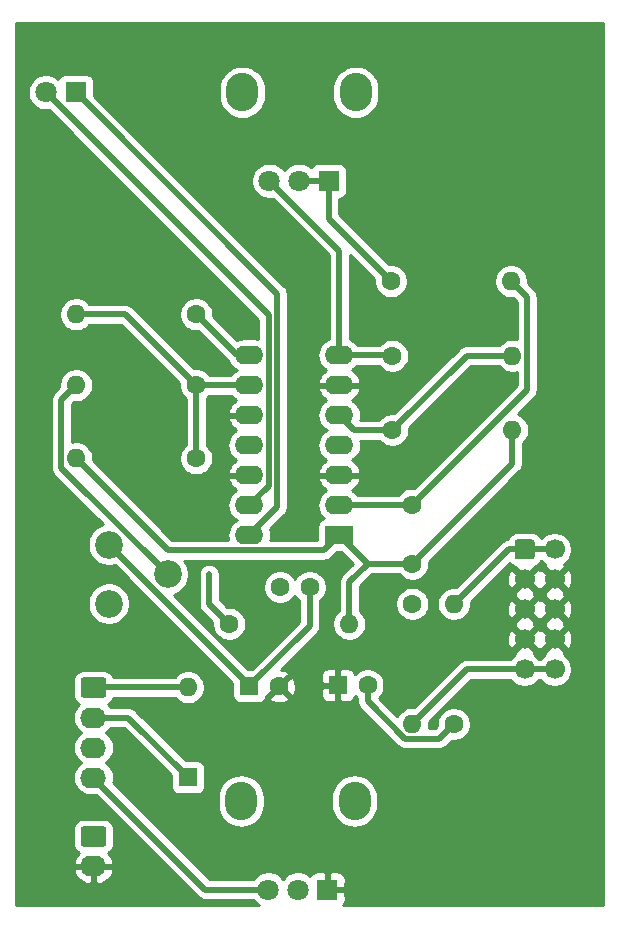
<source format=gbr>
%TF.GenerationSoftware,KiCad,Pcbnew,5.1.10-88a1d61d58~90~ubuntu21.04.1*%
%TF.CreationDate,2021-10-08T21:36:15+02:00*%
%TF.ProjectId,lfo,6c666f2e-6b69-4636-9164-5f7063625858,v1.0.0*%
%TF.SameCoordinates,Original*%
%TF.FileFunction,Copper,L2,Bot*%
%TF.FilePolarity,Positive*%
%FSLAX46Y46*%
G04 Gerber Fmt 4.6, Leading zero omitted, Abs format (unit mm)*
G04 Created by KiCad (PCBNEW 5.1.10-88a1d61d58~90~ubuntu21.04.1) date 2021-10-08 21:36:15*
%MOMM*%
%LPD*%
G01*
G04 APERTURE LIST*
%TA.AperFunction,ComponentPad*%
%ADD10O,2.400000X1.600000*%
%TD*%
%TA.AperFunction,ComponentPad*%
%ADD11R,2.400000X1.600000*%
%TD*%
%TA.AperFunction,ComponentPad*%
%ADD12O,2.720000X3.240000*%
%TD*%
%TA.AperFunction,ComponentPad*%
%ADD13C,1.800000*%
%TD*%
%TA.AperFunction,ComponentPad*%
%ADD14R,1.800000X1.800000*%
%TD*%
%TA.AperFunction,ComponentPad*%
%ADD15C,2.340000*%
%TD*%
%TA.AperFunction,ComponentPad*%
%ADD16O,1.600000X1.600000*%
%TD*%
%TA.AperFunction,ComponentPad*%
%ADD17C,1.600000*%
%TD*%
%TA.AperFunction,ComponentPad*%
%ADD18C,1.700000*%
%TD*%
%TA.AperFunction,ComponentPad*%
%ADD19O,2.190000X1.740000*%
%TD*%
%TA.AperFunction,ComponentPad*%
%ADD20R,1.600000X1.600000*%
%TD*%
%TA.AperFunction,ViaPad*%
%ADD21C,3.500000*%
%TD*%
%TA.AperFunction,ViaPad*%
%ADD22C,0.508000*%
%TD*%
%TA.AperFunction,Conductor*%
%ADD23C,0.508000*%
%TD*%
%TA.AperFunction,Conductor*%
%ADD24C,0.254000*%
%TD*%
%TA.AperFunction,Conductor*%
%ADD25C,0.100000*%
%TD*%
G04 APERTURE END LIST*
D10*
%TO.P,U1,14*%
%TO.N,Net-(D1-Pad1)*%
X93380000Y-81000000D03*
%TO.P,U1,7*%
%TO.N,SQUARE*%
X101000000Y-65760000D03*
%TO.P,U1,13*%
%TO.N,Net-(D1-Pad2)*%
X93380000Y-78460000D03*
%TO.P,U1,6*%
%TO.N,GND*%
X101000000Y-68300000D03*
%TO.P,U1,12*%
X93380000Y-75920000D03*
%TO.P,U1,5*%
%TO.N,Net-(R2-Pad1)*%
X101000000Y-70840000D03*
%TO.P,U1,11*%
%TO.N,-12V*%
X93380000Y-73380000D03*
%TO.P,U1,4*%
%TO.N,+12V*%
X101000000Y-73380000D03*
%TO.P,U1,10*%
%TO.N,GND*%
X93380000Y-70840000D03*
%TO.P,U1,3*%
X101000000Y-75920000D03*
%TO.P,U1,9*%
%TO.N,Net-(R3-Pad1)*%
X93380000Y-68300000D03*
%TO.P,U1,2*%
%TO.N,Net-(C1-Pad2)*%
X101000000Y-78460000D03*
%TO.P,U1,8*%
%TO.N,TRIANGLE*%
X93380000Y-65760000D03*
D11*
%TO.P,U1,1*%
%TO.N,LED*%
X101000000Y-81000000D03*
%TD*%
D12*
%TO.P,RV3,*%
%TO.N,*%
X102300000Y-103500000D03*
X92700000Y-103500000D03*
D13*
%TO.P,RV3,3*%
%TO.N,INPUT*%
X95000000Y-111000000D03*
%TO.P,RV3,2*%
%TO.N,OUT*%
X97500000Y-111000000D03*
D14*
%TO.P,RV3,1*%
%TO.N,GND*%
X100000000Y-111000000D03*
%TD*%
D12*
%TO.P,RV2,*%
%TO.N,*%
X102400000Y-43500000D03*
X92800000Y-43500000D03*
D13*
%TO.P,RV2,3*%
%TO.N,SQUARE*%
X95100000Y-51000000D03*
%TO.P,RV2,2*%
%TO.N,Net-(R1-Pad1)*%
X97600000Y-51000000D03*
D14*
%TO.P,RV2,1*%
X100100000Y-51000000D03*
%TD*%
D15*
%TO.P,RV1,1*%
%TO.N,+12V*%
X81500000Y-81800000D03*
%TO.P,RV1,2*%
%TO.N,Net-(R4-Pad2)*%
X86500000Y-84300000D03*
%TO.P,RV1,3*%
%TO.N,-12V*%
X81500000Y-86800000D03*
%TD*%
D16*
%TO.P,R10,2*%
%TO.N,Net-(J3-Pad1)*%
X110700000Y-86840000D03*
D17*
%TO.P,R10,1*%
%TO.N,-12V*%
X110700000Y-97000000D03*
%TD*%
D16*
%TO.P,R9,2*%
%TO.N,Net-(J3-Pad10)*%
X107200000Y-96960000D03*
D17*
%TO.P,R9,1*%
%TO.N,+12V*%
X107200000Y-86800000D03*
%TD*%
D16*
%TO.P,R7,2*%
%TO.N,Net-(R3-Pad1)*%
X78740000Y-62300000D03*
D17*
%TO.P,R7,1*%
%TO.N,TRIANGLE*%
X88900000Y-62300000D03*
%TD*%
D16*
%TO.P,R6,2*%
%TO.N,Net-(R2-Pad1)*%
X115660000Y-65800000D03*
D17*
%TO.P,R6,1*%
%TO.N,SQUARE*%
X105500000Y-65800000D03*
%TD*%
D16*
%TO.P,R5,2*%
%TO.N,LED*%
X101860000Y-88500000D03*
D17*
%TO.P,R5,1*%
%TO.N,Net-(D1-Pad2)*%
X91700000Y-88500000D03*
%TD*%
D16*
%TO.P,R4,2*%
%TO.N,Net-(R4-Pad2)*%
X78740000Y-68300000D03*
D17*
%TO.P,R4,1*%
%TO.N,Net-(R3-Pad1)*%
X88900000Y-68300000D03*
%TD*%
D16*
%TO.P,R3,2*%
%TO.N,LED*%
X78740000Y-74500000D03*
D17*
%TO.P,R3,1*%
%TO.N,Net-(R3-Pad1)*%
X88900000Y-74500000D03*
%TD*%
D16*
%TO.P,R2,2*%
%TO.N,LED*%
X115660000Y-72100000D03*
D17*
%TO.P,R2,1*%
%TO.N,Net-(R2-Pad1)*%
X105500000Y-72100000D03*
%TD*%
D16*
%TO.P,R1,2*%
%TO.N,Net-(C1-Pad2)*%
X115560000Y-59500000D03*
D17*
%TO.P,R1,1*%
%TO.N,Net-(R1-Pad1)*%
X105400000Y-59500000D03*
%TD*%
D18*
%TO.P,J3,10*%
%TO.N,Net-(J3-Pad10)*%
X119240000Y-92360000D03*
%TO.P,J3,8*%
%TO.N,GND*%
X119240000Y-89820000D03*
%TO.P,J3,6*%
X119240000Y-87280000D03*
%TO.P,J3,4*%
X119240000Y-84740000D03*
%TO.P,J3,2*%
%TO.N,Net-(J3-Pad1)*%
X119240000Y-82200000D03*
%TO.P,J3,9*%
%TO.N,Net-(J3-Pad10)*%
X116700000Y-92360000D03*
%TO.P,J3,7*%
%TO.N,GND*%
X116700000Y-89820000D03*
%TO.P,J3,5*%
X116700000Y-87280000D03*
%TO.P,J3,3*%
X116700000Y-84740000D03*
%TO.P,J3,1*%
%TO.N,Net-(J3-Pad1)*%
%TA.AperFunction,ComponentPad*%
G36*
G01*
X115850000Y-82800000D02*
X115850000Y-81600000D01*
G75*
G02*
X116100000Y-81350000I250000J0D01*
G01*
X117300000Y-81350000D01*
G75*
G02*
X117550000Y-81600000I0J-250000D01*
G01*
X117550000Y-82800000D01*
G75*
G02*
X117300000Y-83050000I-250000J0D01*
G01*
X116100000Y-83050000D01*
G75*
G02*
X115850000Y-82800000I0J250000D01*
G01*
G37*
%TD.AperFunction*%
%TD*%
D19*
%TO.P,J2,2*%
%TO.N,GND*%
X80200000Y-109040000D03*
%TO.P,J2,1*%
%TO.N,OUT*%
%TA.AperFunction,ComponentPad*%
G36*
G01*
X79354999Y-105630000D02*
X81045001Y-105630000D01*
G75*
G02*
X81295000Y-105879999I0J-249999D01*
G01*
X81295000Y-107120001D01*
G75*
G02*
X81045001Y-107370000I-249999J0D01*
G01*
X79354999Y-107370000D01*
G75*
G02*
X79105000Y-107120001I0J249999D01*
G01*
X79105000Y-105879999D01*
G75*
G02*
X79354999Y-105630000I249999J0D01*
G01*
G37*
%TD.AperFunction*%
%TD*%
%TO.P,J1,4*%
%TO.N,INPUT*%
X80200000Y-101520000D03*
%TO.P,J1,3*%
%TO.N,TRIANGLE*%
X80200000Y-98980000D03*
%TO.P,J1,2*%
%TO.N,SQUARE_POS*%
X80200000Y-96440000D03*
%TO.P,J1,1*%
%TO.N,SQUARE*%
%TA.AperFunction,ComponentPad*%
G36*
G01*
X79354999Y-93030000D02*
X81045001Y-93030000D01*
G75*
G02*
X81295000Y-93279999I0J-249999D01*
G01*
X81295000Y-94520001D01*
G75*
G02*
X81045001Y-94770000I-249999J0D01*
G01*
X79354999Y-94770000D01*
G75*
G02*
X79105000Y-94520001I0J249999D01*
G01*
X79105000Y-93279999D01*
G75*
G02*
X79354999Y-93030000I249999J0D01*
G01*
G37*
%TD.AperFunction*%
%TD*%
D16*
%TO.P,D2,2*%
%TO.N,SQUARE*%
X88200000Y-93880000D03*
D20*
%TO.P,D2,1*%
%TO.N,SQUARE_POS*%
X88200000Y-101500000D03*
%TD*%
D13*
%TO.P,D1,2*%
%TO.N,Net-(D1-Pad2)*%
X76160000Y-43500000D03*
D14*
%TO.P,D1,1*%
%TO.N,Net-(D1-Pad1)*%
X78700000Y-43500000D03*
%TD*%
D17*
%TO.P,C4,2*%
%TO.N,GND*%
X95900000Y-93800000D03*
D20*
%TO.P,C4,1*%
%TO.N,+12V*%
X93400000Y-93800000D03*
%TD*%
D17*
%TO.P,C3,2*%
%TO.N,-12V*%
X103400000Y-93700000D03*
D20*
%TO.P,C3,1*%
%TO.N,GND*%
X100900000Y-93700000D03*
%TD*%
D17*
%TO.P,C2,2*%
%TO.N,-12V*%
X96000000Y-85400000D03*
%TO.P,C2,1*%
%TO.N,+12V*%
X98500000Y-85400000D03*
%TD*%
%TO.P,C1,2*%
%TO.N,Net-(C1-Pad2)*%
X107200000Y-78400000D03*
%TO.P,C1,1*%
%TO.N,LED*%
X107200000Y-83400000D03*
%TD*%
D21*
%TO.N,GND*%
X121000000Y-40000000D03*
X121000000Y-110000000D03*
X76000000Y-79000000D03*
D22*
%TO.N,Net-(D1-Pad2)*%
X90000000Y-84300000D03*
%TD*%
D23*
%TO.N,Net-(C1-Pad2)*%
X107140000Y-78460000D02*
X107200000Y-78400000D01*
X101000000Y-78460000D02*
X107140000Y-78460000D01*
X116914001Y-68685999D02*
X107200000Y-78400000D01*
X116914001Y-60854001D02*
X116914001Y-68685999D01*
X115560000Y-59500000D02*
X116914001Y-60854001D01*
%TO.N,LED*%
X103400000Y-83400000D02*
X101000000Y-81000000D01*
X107200000Y-83400000D02*
X103400000Y-83400000D01*
X115660000Y-74940000D02*
X107200000Y-83400000D01*
X115660000Y-72100000D02*
X115660000Y-74940000D01*
X99745990Y-82254010D02*
X101000000Y-81000000D01*
X86494010Y-82254010D02*
X99745990Y-82254010D01*
X78740000Y-74500000D02*
X86494010Y-82254010D01*
X101860000Y-84940000D02*
X103400000Y-83400000D01*
X101860000Y-88500000D02*
X101860000Y-84940000D01*
%TO.N,-12V*%
X106598079Y-98214001D02*
X103400000Y-95015922D01*
X103400000Y-95015922D02*
X103400000Y-93700000D01*
X109485999Y-98214001D02*
X106598079Y-98214001D01*
X110700000Y-97000000D02*
X109485999Y-98214001D01*
%TO.N,+12V*%
X93400000Y-93700000D02*
X81500000Y-81800000D01*
X93400000Y-93800000D02*
X93400000Y-93700000D01*
X98500000Y-88700000D02*
X93400000Y-93800000D01*
X98500000Y-85400000D02*
X98500000Y-88700000D01*
%TO.N,Net-(D1-Pad2)*%
X95034010Y-62374010D02*
X76160000Y-43500000D01*
X95034010Y-76805990D02*
X95034010Y-62374010D01*
X93380000Y-78460000D02*
X95034010Y-76805990D01*
X90000000Y-86800000D02*
X91700000Y-88500000D01*
X90000000Y-84300000D02*
X90000000Y-86800000D01*
%TO.N,Net-(D1-Pad1)*%
X95742020Y-60542020D02*
X95742020Y-78637980D01*
X95742020Y-78637980D02*
X93380000Y-81000000D01*
X78700000Y-43500000D02*
X95742020Y-60542020D01*
%TO.N,SQUARE*%
X105460000Y-65760000D02*
X105500000Y-65800000D01*
X101000000Y-65760000D02*
X105460000Y-65760000D01*
X101000000Y-56900000D02*
X101000000Y-65760000D01*
X95100000Y-51000000D02*
X101000000Y-56900000D01*
X80220000Y-93880000D02*
X80200000Y-93900000D01*
X88200000Y-93880000D02*
X80220000Y-93880000D01*
%TO.N,SQUARE_POS*%
X83140000Y-96440000D02*
X88200000Y-101500000D01*
X80200000Y-96440000D02*
X83140000Y-96440000D01*
%TO.N,INPUT*%
X89680000Y-111000000D02*
X80200000Y-101520000D01*
X95000000Y-111000000D02*
X89680000Y-111000000D01*
%TO.N,TRIANGLE*%
X92360000Y-65760000D02*
X93380000Y-65760000D01*
X88900000Y-62300000D02*
X92360000Y-65760000D01*
%TO.N,Net-(J3-Pad10)*%
X119240000Y-92360000D02*
X116700000Y-92360000D01*
X111800000Y-92360000D02*
X107200000Y-96960000D01*
X116700000Y-92360000D02*
X111800000Y-92360000D01*
%TO.N,Net-(J3-Pad1)*%
X119240000Y-82200000D02*
X116700000Y-82200000D01*
X115340000Y-82200000D02*
X110700000Y-86840000D01*
X116700000Y-82200000D02*
X115340000Y-82200000D01*
%TO.N,Net-(R1-Pad1)*%
X97600000Y-51000000D02*
X100100000Y-51000000D01*
X100100000Y-54200000D02*
X105400000Y-59500000D01*
X100100000Y-51000000D02*
X100100000Y-54200000D01*
%TO.N,Net-(R2-Pad1)*%
X102260000Y-72100000D02*
X101000000Y-70840000D01*
X105500000Y-72100000D02*
X102260000Y-72100000D01*
X111800000Y-65800000D02*
X105500000Y-72100000D01*
X115660000Y-65800000D02*
X111800000Y-65800000D01*
%TO.N,Net-(R3-Pad1)*%
X93380000Y-68300000D02*
X88900000Y-68300000D01*
X82900000Y-62300000D02*
X88900000Y-68300000D01*
X78740000Y-62300000D02*
X82900000Y-62300000D01*
X88900000Y-68300000D02*
X88900000Y-74500000D01*
%TO.N,Net-(R4-Pad2)*%
X77485999Y-75285999D02*
X86500000Y-84300000D01*
X77485999Y-69554001D02*
X77485999Y-75285999D01*
X78740000Y-68300000D02*
X77485999Y-69554001D01*
%TD*%
D24*
%TO.N,GND*%
X123340000Y-112340000D02*
X101360364Y-112340000D01*
X101430537Y-112254494D01*
X101489502Y-112144180D01*
X101525812Y-112024482D01*
X101538072Y-111900000D01*
X101535000Y-111285750D01*
X101376250Y-111127000D01*
X100127000Y-111127000D01*
X100127000Y-111147000D01*
X99873000Y-111147000D01*
X99873000Y-111127000D01*
X99853000Y-111127000D01*
X99853000Y-110873000D01*
X99873000Y-110873000D01*
X99873000Y-109623750D01*
X100127000Y-109623750D01*
X100127000Y-110873000D01*
X101376250Y-110873000D01*
X101535000Y-110714250D01*
X101538072Y-110100000D01*
X101525812Y-109975518D01*
X101489502Y-109855820D01*
X101430537Y-109745506D01*
X101351185Y-109648815D01*
X101254494Y-109569463D01*
X101144180Y-109510498D01*
X101024482Y-109474188D01*
X100900000Y-109461928D01*
X100285750Y-109465000D01*
X100127000Y-109623750D01*
X99873000Y-109623750D01*
X99714250Y-109465000D01*
X99100000Y-109461928D01*
X98975518Y-109474188D01*
X98855820Y-109510498D01*
X98745506Y-109569463D01*
X98648815Y-109648815D01*
X98569463Y-109745506D01*
X98516120Y-109845303D01*
X98478505Y-109807688D01*
X98227095Y-109639701D01*
X97947743Y-109523989D01*
X97651184Y-109465000D01*
X97348816Y-109465000D01*
X97052257Y-109523989D01*
X96772905Y-109639701D01*
X96521495Y-109807688D01*
X96307688Y-110021495D01*
X96250000Y-110107831D01*
X96192312Y-110021495D01*
X95978505Y-109807688D01*
X95727095Y-109639701D01*
X95447743Y-109523989D01*
X95151184Y-109465000D01*
X94848816Y-109465000D01*
X94552257Y-109523989D01*
X94272905Y-109639701D01*
X94021495Y-109807688D01*
X93807688Y-110021495D01*
X93747883Y-110111000D01*
X90048236Y-110111000D01*
X83079239Y-103142003D01*
X90705000Y-103142003D01*
X90705000Y-103857998D01*
X90733867Y-104151088D01*
X90847943Y-104527147D01*
X91033193Y-104873725D01*
X91282498Y-105177503D01*
X91586276Y-105426807D01*
X91932854Y-105612057D01*
X92308913Y-105726133D01*
X92700000Y-105764652D01*
X93091088Y-105726133D01*
X93467147Y-105612057D01*
X93813725Y-105426807D01*
X94117503Y-105177503D01*
X94366807Y-104873725D01*
X94552057Y-104527147D01*
X94666133Y-104151087D01*
X94695000Y-103857997D01*
X94695000Y-103142003D01*
X100305000Y-103142003D01*
X100305000Y-103857998D01*
X100333867Y-104151088D01*
X100447943Y-104527147D01*
X100633193Y-104873725D01*
X100882498Y-105177503D01*
X101186276Y-105426807D01*
X101532854Y-105612057D01*
X101908913Y-105726133D01*
X102300000Y-105764652D01*
X102691088Y-105726133D01*
X103067147Y-105612057D01*
X103413725Y-105426807D01*
X103717503Y-105177503D01*
X103966807Y-104873725D01*
X104152057Y-104527147D01*
X104266133Y-104151087D01*
X104295000Y-103857997D01*
X104295000Y-103142002D01*
X104266133Y-102848912D01*
X104152057Y-102472853D01*
X103966807Y-102126275D01*
X103717503Y-101822497D01*
X103413725Y-101573193D01*
X103067146Y-101387943D01*
X102691087Y-101273867D01*
X102300000Y-101235348D01*
X101908912Y-101273867D01*
X101532853Y-101387943D01*
X101186275Y-101573193D01*
X100882497Y-101822497D01*
X100633193Y-102126275D01*
X100447943Y-102472854D01*
X100333867Y-102848913D01*
X100305000Y-103142003D01*
X94695000Y-103142003D01*
X94695000Y-103142002D01*
X94666133Y-102848912D01*
X94552057Y-102472853D01*
X94366807Y-102126275D01*
X94117503Y-101822497D01*
X93813725Y-101573193D01*
X93467146Y-101387943D01*
X93091087Y-101273867D01*
X92700000Y-101235348D01*
X92308912Y-101273867D01*
X91932853Y-101387943D01*
X91586275Y-101573193D01*
X91282497Y-101822497D01*
X91033193Y-102126275D01*
X90847943Y-102472854D01*
X90733867Y-102848913D01*
X90705000Y-103142003D01*
X83079239Y-103142003D01*
X81871926Y-101934691D01*
X81908224Y-101815032D01*
X81937282Y-101520000D01*
X81908224Y-101224968D01*
X81822166Y-100941275D01*
X81682417Y-100679821D01*
X81494345Y-100450655D01*
X81265179Y-100262583D01*
X81241638Y-100250000D01*
X81265179Y-100237417D01*
X81494345Y-100049345D01*
X81682417Y-99820179D01*
X81822166Y-99558725D01*
X81908224Y-99275032D01*
X81937282Y-98980000D01*
X81908224Y-98684968D01*
X81822166Y-98401275D01*
X81682417Y-98139821D01*
X81494345Y-97910655D01*
X81265179Y-97722583D01*
X81241638Y-97710000D01*
X81265179Y-97697417D01*
X81494345Y-97509345D01*
X81642351Y-97329000D01*
X82771765Y-97329000D01*
X86761928Y-101319164D01*
X86761928Y-102300000D01*
X86774188Y-102424482D01*
X86810498Y-102544180D01*
X86869463Y-102654494D01*
X86948815Y-102751185D01*
X87045506Y-102830537D01*
X87155820Y-102889502D01*
X87275518Y-102925812D01*
X87400000Y-102938072D01*
X89000000Y-102938072D01*
X89124482Y-102925812D01*
X89244180Y-102889502D01*
X89354494Y-102830537D01*
X89451185Y-102751185D01*
X89530537Y-102654494D01*
X89589502Y-102544180D01*
X89625812Y-102424482D01*
X89638072Y-102300000D01*
X89638072Y-100700000D01*
X89625812Y-100575518D01*
X89589502Y-100455820D01*
X89530537Y-100345506D01*
X89451185Y-100248815D01*
X89354494Y-100169463D01*
X89244180Y-100110498D01*
X89124482Y-100074188D01*
X89000000Y-100061928D01*
X88019164Y-100061928D01*
X83799499Y-95842264D01*
X83771659Y-95808341D01*
X83636291Y-95697247D01*
X83481851Y-95614697D01*
X83314274Y-95563864D01*
X83183667Y-95551000D01*
X83183660Y-95551000D01*
X83140000Y-95546700D01*
X83096340Y-95551000D01*
X81642351Y-95551000D01*
X81494345Y-95370655D01*
X81428886Y-95316934D01*
X81538387Y-95258405D01*
X81672962Y-95147962D01*
X81783405Y-95013387D01*
X81865472Y-94859851D01*
X81893031Y-94769000D01*
X87068151Y-94769000D01*
X87085363Y-94794759D01*
X87285241Y-94994637D01*
X87520273Y-95151680D01*
X87781426Y-95259853D01*
X88058665Y-95315000D01*
X88341335Y-95315000D01*
X88618574Y-95259853D01*
X88879727Y-95151680D01*
X89114759Y-94994637D01*
X89314637Y-94794759D01*
X89471680Y-94559727D01*
X89579853Y-94298574D01*
X89635000Y-94021335D01*
X89635000Y-93738665D01*
X89579853Y-93461426D01*
X89471680Y-93200273D01*
X89314637Y-92965241D01*
X89114759Y-92765363D01*
X88879727Y-92608320D01*
X88618574Y-92500147D01*
X88341335Y-92445000D01*
X88058665Y-92445000D01*
X87781426Y-92500147D01*
X87520273Y-92608320D01*
X87285241Y-92765363D01*
X87085363Y-92965241D01*
X87068151Y-92991000D01*
X81880897Y-92991000D01*
X81865472Y-92940149D01*
X81783405Y-92786613D01*
X81672962Y-92652038D01*
X81538387Y-92541595D01*
X81384851Y-92459528D01*
X81218255Y-92408992D01*
X81045001Y-92391928D01*
X79354999Y-92391928D01*
X79181745Y-92408992D01*
X79015149Y-92459528D01*
X78861613Y-92541595D01*
X78727038Y-92652038D01*
X78616595Y-92786613D01*
X78534528Y-92940149D01*
X78483992Y-93106745D01*
X78466928Y-93279999D01*
X78466928Y-94520001D01*
X78483992Y-94693255D01*
X78534528Y-94859851D01*
X78616595Y-95013387D01*
X78727038Y-95147962D01*
X78861613Y-95258405D01*
X78971114Y-95316934D01*
X78905655Y-95370655D01*
X78717583Y-95599821D01*
X78577834Y-95861275D01*
X78491776Y-96144968D01*
X78462718Y-96440000D01*
X78491776Y-96735032D01*
X78577834Y-97018725D01*
X78717583Y-97280179D01*
X78905655Y-97509345D01*
X79134821Y-97697417D01*
X79158362Y-97710000D01*
X79134821Y-97722583D01*
X78905655Y-97910655D01*
X78717583Y-98139821D01*
X78577834Y-98401275D01*
X78491776Y-98684968D01*
X78462718Y-98980000D01*
X78491776Y-99275032D01*
X78577834Y-99558725D01*
X78717583Y-99820179D01*
X78905655Y-100049345D01*
X79134821Y-100237417D01*
X79158362Y-100250000D01*
X79134821Y-100262583D01*
X78905655Y-100450655D01*
X78717583Y-100679821D01*
X78577834Y-100941275D01*
X78491776Y-101224968D01*
X78462718Y-101520000D01*
X78491776Y-101815032D01*
X78577834Y-102098725D01*
X78717583Y-102360179D01*
X78905655Y-102589345D01*
X79134821Y-102777417D01*
X79396275Y-102917166D01*
X79679968Y-103003224D01*
X79901064Y-103025000D01*
X80447765Y-103025000D01*
X89020506Y-111597742D01*
X89048341Y-111631659D01*
X89183709Y-111742753D01*
X89338149Y-111825303D01*
X89454892Y-111860716D01*
X89505725Y-111876136D01*
X89680000Y-111893301D01*
X89723668Y-111889000D01*
X93747883Y-111889000D01*
X93807688Y-111978505D01*
X94021495Y-112192312D01*
X94242525Y-112340000D01*
X73660000Y-112340000D01*
X73660000Y-109400031D01*
X78513698Y-109400031D01*
X78530449Y-109487591D01*
X78645526Y-109760809D01*
X78811694Y-110006326D01*
X79022567Y-110214708D01*
X79270042Y-110377947D01*
X79544608Y-110489769D01*
X79835714Y-110545877D01*
X80073000Y-110390376D01*
X80073000Y-109167000D01*
X80327000Y-109167000D01*
X80327000Y-110390376D01*
X80564286Y-110545877D01*
X80855392Y-110489769D01*
X81129958Y-110377947D01*
X81377433Y-110214708D01*
X81588306Y-110006326D01*
X81754474Y-109760809D01*
X81869551Y-109487591D01*
X81886302Y-109400031D01*
X81765246Y-109167000D01*
X80327000Y-109167000D01*
X80073000Y-109167000D01*
X78634754Y-109167000D01*
X78513698Y-109400031D01*
X73660000Y-109400031D01*
X73660000Y-105879999D01*
X78466928Y-105879999D01*
X78466928Y-107120001D01*
X78483992Y-107293255D01*
X78534528Y-107459851D01*
X78616595Y-107613387D01*
X78727038Y-107747962D01*
X78861613Y-107858405D01*
X78970590Y-107916655D01*
X78811694Y-108073674D01*
X78645526Y-108319191D01*
X78530449Y-108592409D01*
X78513698Y-108679969D01*
X78634754Y-108913000D01*
X80073000Y-108913000D01*
X80073000Y-108893000D01*
X80327000Y-108893000D01*
X80327000Y-108913000D01*
X81765246Y-108913000D01*
X81886302Y-108679969D01*
X81869551Y-108592409D01*
X81754474Y-108319191D01*
X81588306Y-108073674D01*
X81429410Y-107916655D01*
X81538387Y-107858405D01*
X81672962Y-107747962D01*
X81783405Y-107613387D01*
X81865472Y-107459851D01*
X81916008Y-107293255D01*
X81933072Y-107120001D01*
X81933072Y-105879999D01*
X81916008Y-105706745D01*
X81865472Y-105540149D01*
X81783405Y-105386613D01*
X81672962Y-105252038D01*
X81538387Y-105141595D01*
X81384851Y-105059528D01*
X81218255Y-105008992D01*
X81045001Y-104991928D01*
X79354999Y-104991928D01*
X79181745Y-105008992D01*
X79015149Y-105059528D01*
X78861613Y-105141595D01*
X78727038Y-105252038D01*
X78616595Y-105386613D01*
X78534528Y-105540149D01*
X78483992Y-105706745D01*
X78466928Y-105879999D01*
X73660000Y-105879999D01*
X73660000Y-86622223D01*
X79695000Y-86622223D01*
X79695000Y-86977777D01*
X79764365Y-87326499D01*
X79900429Y-87654988D01*
X80097965Y-87950621D01*
X80349379Y-88202035D01*
X80645012Y-88399571D01*
X80973501Y-88535635D01*
X81322223Y-88605000D01*
X81677777Y-88605000D01*
X82026499Y-88535635D01*
X82354988Y-88399571D01*
X82650621Y-88202035D01*
X82902035Y-87950621D01*
X83099571Y-87654988D01*
X83235635Y-87326499D01*
X83305000Y-86977777D01*
X83305000Y-86622223D01*
X83235635Y-86273501D01*
X83099571Y-85945012D01*
X82902035Y-85649379D01*
X82650621Y-85397965D01*
X82354988Y-85200429D01*
X82026499Y-85064365D01*
X81677777Y-84995000D01*
X81322223Y-84995000D01*
X80973501Y-85064365D01*
X80645012Y-85200429D01*
X80349379Y-85397965D01*
X80097965Y-85649379D01*
X79900429Y-85945012D01*
X79764365Y-86273501D01*
X79695000Y-86622223D01*
X73660000Y-86622223D01*
X73660000Y-43348816D01*
X74625000Y-43348816D01*
X74625000Y-43651184D01*
X74683989Y-43947743D01*
X74799701Y-44227095D01*
X74967688Y-44478505D01*
X75181495Y-44692312D01*
X75432905Y-44860299D01*
X75712257Y-44976011D01*
X76008816Y-45035000D01*
X76311184Y-45035000D01*
X76416764Y-45013999D01*
X94145011Y-62742247D01*
X94145011Y-64371154D01*
X94061309Y-64345764D01*
X93850492Y-64325000D01*
X92909508Y-64325000D01*
X92698691Y-64345764D01*
X92428192Y-64427818D01*
X92334913Y-64477677D01*
X90328956Y-62471721D01*
X90335000Y-62441335D01*
X90335000Y-62158665D01*
X90279853Y-61881426D01*
X90171680Y-61620273D01*
X90014637Y-61385241D01*
X89814759Y-61185363D01*
X89579727Y-61028320D01*
X89318574Y-60920147D01*
X89041335Y-60865000D01*
X88758665Y-60865000D01*
X88481426Y-60920147D01*
X88220273Y-61028320D01*
X87985241Y-61185363D01*
X87785363Y-61385241D01*
X87628320Y-61620273D01*
X87520147Y-61881426D01*
X87465000Y-62158665D01*
X87465000Y-62441335D01*
X87520147Y-62718574D01*
X87628320Y-62979727D01*
X87785363Y-63214759D01*
X87985241Y-63414637D01*
X88220273Y-63571680D01*
X88481426Y-63679853D01*
X88758665Y-63735000D01*
X89041335Y-63735000D01*
X89071721Y-63728956D01*
X91644877Y-66302113D01*
X91647818Y-66311808D01*
X91781068Y-66561101D01*
X91960392Y-66779608D01*
X92178899Y-66958932D01*
X92311858Y-67030000D01*
X92178899Y-67101068D01*
X91960392Y-67280392D01*
X91853205Y-67411000D01*
X90031849Y-67411000D01*
X90014637Y-67385241D01*
X89814759Y-67185363D01*
X89579727Y-67028320D01*
X89318574Y-66920147D01*
X89041335Y-66865000D01*
X88758665Y-66865000D01*
X88728279Y-66871044D01*
X83559499Y-61702264D01*
X83531659Y-61668341D01*
X83396291Y-61557247D01*
X83241851Y-61474697D01*
X83074274Y-61423864D01*
X82943667Y-61411000D01*
X82943660Y-61411000D01*
X82900000Y-61406700D01*
X82856340Y-61411000D01*
X79871849Y-61411000D01*
X79854637Y-61385241D01*
X79654759Y-61185363D01*
X79419727Y-61028320D01*
X79158574Y-60920147D01*
X78881335Y-60865000D01*
X78598665Y-60865000D01*
X78321426Y-60920147D01*
X78060273Y-61028320D01*
X77825241Y-61185363D01*
X77625363Y-61385241D01*
X77468320Y-61620273D01*
X77360147Y-61881426D01*
X77305000Y-62158665D01*
X77305000Y-62441335D01*
X77360147Y-62718574D01*
X77468320Y-62979727D01*
X77625363Y-63214759D01*
X77825241Y-63414637D01*
X78060273Y-63571680D01*
X78321426Y-63679853D01*
X78598665Y-63735000D01*
X78881335Y-63735000D01*
X79158574Y-63679853D01*
X79419727Y-63571680D01*
X79654759Y-63414637D01*
X79854637Y-63214759D01*
X79871849Y-63189000D01*
X82531765Y-63189000D01*
X87471044Y-68128279D01*
X87465000Y-68158665D01*
X87465000Y-68441335D01*
X87520147Y-68718574D01*
X87628320Y-68979727D01*
X87785363Y-69214759D01*
X87985241Y-69414637D01*
X88011000Y-69431849D01*
X88011001Y-73368151D01*
X87985241Y-73385363D01*
X87785363Y-73585241D01*
X87628320Y-73820273D01*
X87520147Y-74081426D01*
X87465000Y-74358665D01*
X87465000Y-74641335D01*
X87520147Y-74918574D01*
X87628320Y-75179727D01*
X87785363Y-75414759D01*
X87985241Y-75614637D01*
X88220273Y-75771680D01*
X88481426Y-75879853D01*
X88758665Y-75935000D01*
X89041335Y-75935000D01*
X89318574Y-75879853D01*
X89579727Y-75771680D01*
X89814759Y-75614637D01*
X90014637Y-75414759D01*
X90171680Y-75179727D01*
X90279853Y-74918574D01*
X90335000Y-74641335D01*
X90335000Y-74358665D01*
X90279853Y-74081426D01*
X90171680Y-73820273D01*
X90014637Y-73585241D01*
X89814759Y-73385363D01*
X89789000Y-73368151D01*
X89789000Y-69431849D01*
X89814759Y-69414637D01*
X90014637Y-69214759D01*
X90031849Y-69189000D01*
X91853205Y-69189000D01*
X91960392Y-69319608D01*
X92178899Y-69498932D01*
X92306741Y-69567265D01*
X92077161Y-69717399D01*
X91875500Y-69915105D01*
X91716285Y-70148354D01*
X91605633Y-70408182D01*
X91588096Y-70490961D01*
X91710085Y-70713000D01*
X93253000Y-70713000D01*
X93253000Y-70693000D01*
X93507000Y-70693000D01*
X93507000Y-70713000D01*
X93527000Y-70713000D01*
X93527000Y-70967000D01*
X93507000Y-70967000D01*
X93507000Y-70987000D01*
X93253000Y-70987000D01*
X93253000Y-70967000D01*
X91710085Y-70967000D01*
X91588096Y-71189039D01*
X91605633Y-71271818D01*
X91716285Y-71531646D01*
X91875500Y-71764895D01*
X92077161Y-71962601D01*
X92306741Y-72112735D01*
X92178899Y-72181068D01*
X91960392Y-72360392D01*
X91781068Y-72578899D01*
X91647818Y-72828192D01*
X91565764Y-73098691D01*
X91538057Y-73380000D01*
X91565764Y-73661309D01*
X91647818Y-73931808D01*
X91781068Y-74181101D01*
X91960392Y-74399608D01*
X92178899Y-74578932D01*
X92306741Y-74647265D01*
X92077161Y-74797399D01*
X91875500Y-74995105D01*
X91716285Y-75228354D01*
X91605633Y-75488182D01*
X91588096Y-75570961D01*
X91710085Y-75793000D01*
X93253000Y-75793000D01*
X93253000Y-75773000D01*
X93507000Y-75773000D01*
X93507000Y-75793000D01*
X93527000Y-75793000D01*
X93527000Y-76047000D01*
X93507000Y-76047000D01*
X93507000Y-76067000D01*
X93253000Y-76067000D01*
X93253000Y-76047000D01*
X91710085Y-76047000D01*
X91588096Y-76269039D01*
X91605633Y-76351818D01*
X91716285Y-76611646D01*
X91875500Y-76844895D01*
X92077161Y-77042601D01*
X92306741Y-77192735D01*
X92178899Y-77261068D01*
X91960392Y-77440392D01*
X91781068Y-77658899D01*
X91647818Y-77908192D01*
X91565764Y-78178691D01*
X91538057Y-78460000D01*
X91565764Y-78741309D01*
X91647818Y-79011808D01*
X91781068Y-79261101D01*
X91960392Y-79479608D01*
X92178899Y-79658932D01*
X92311858Y-79730000D01*
X92178899Y-79801068D01*
X91960392Y-79980392D01*
X91781068Y-80198899D01*
X91647818Y-80448192D01*
X91565764Y-80718691D01*
X91538057Y-81000000D01*
X91565764Y-81281309D01*
X91591154Y-81365010D01*
X86862246Y-81365010D01*
X80168956Y-74671721D01*
X80175000Y-74641335D01*
X80175000Y-74358665D01*
X80119853Y-74081426D01*
X80011680Y-73820273D01*
X79854637Y-73585241D01*
X79654759Y-73385363D01*
X79419727Y-73228320D01*
X79158574Y-73120147D01*
X78881335Y-73065000D01*
X78598665Y-73065000D01*
X78374999Y-73109491D01*
X78374999Y-69922236D01*
X78568280Y-69728956D01*
X78598665Y-69735000D01*
X78881335Y-69735000D01*
X79158574Y-69679853D01*
X79419727Y-69571680D01*
X79654759Y-69414637D01*
X79854637Y-69214759D01*
X80011680Y-68979727D01*
X80119853Y-68718574D01*
X80175000Y-68441335D01*
X80175000Y-68158665D01*
X80119853Y-67881426D01*
X80011680Y-67620273D01*
X79854637Y-67385241D01*
X79654759Y-67185363D01*
X79419727Y-67028320D01*
X79158574Y-66920147D01*
X78881335Y-66865000D01*
X78598665Y-66865000D01*
X78321426Y-66920147D01*
X78060273Y-67028320D01*
X77825241Y-67185363D01*
X77625363Y-67385241D01*
X77468320Y-67620273D01*
X77360147Y-67881426D01*
X77305000Y-68158665D01*
X77305000Y-68441335D01*
X77311044Y-68471720D01*
X76888263Y-68894502D01*
X76854340Y-68922342D01*
X76743246Y-69057711D01*
X76660696Y-69212151D01*
X76609863Y-69379728D01*
X76596999Y-69510335D01*
X76596999Y-69510341D01*
X76592699Y-69554001D01*
X76596999Y-69597661D01*
X76597000Y-75242329D01*
X76592699Y-75285999D01*
X76609863Y-75460273D01*
X76660697Y-75627851D01*
X76690043Y-75682753D01*
X76743247Y-75782290D01*
X76854341Y-75917658D01*
X76888258Y-75945493D01*
X81001550Y-80058786D01*
X80973501Y-80064365D01*
X80645012Y-80200429D01*
X80349379Y-80397965D01*
X80097965Y-80649379D01*
X79900429Y-80945012D01*
X79764365Y-81273501D01*
X79695000Y-81622223D01*
X79695000Y-81977777D01*
X79764365Y-82326499D01*
X79900429Y-82654988D01*
X80097965Y-82950621D01*
X80349379Y-83202035D01*
X80645012Y-83399571D01*
X80973501Y-83535635D01*
X81322223Y-83605000D01*
X81677777Y-83605000D01*
X81986380Y-83543615D01*
X91961928Y-93519163D01*
X91961928Y-94600000D01*
X91974188Y-94724482D01*
X92010498Y-94844180D01*
X92069463Y-94954494D01*
X92148815Y-95051185D01*
X92245506Y-95130537D01*
X92355820Y-95189502D01*
X92475518Y-95225812D01*
X92600000Y-95238072D01*
X94200000Y-95238072D01*
X94324482Y-95225812D01*
X94444180Y-95189502D01*
X94554494Y-95130537D01*
X94651185Y-95051185D01*
X94730537Y-94954494D01*
X94789502Y-94844180D01*
X94805117Y-94792702D01*
X95086903Y-94792702D01*
X95158486Y-95036671D01*
X95413996Y-95157571D01*
X95688184Y-95226300D01*
X95970512Y-95240217D01*
X96250130Y-95198787D01*
X96516292Y-95103603D01*
X96641514Y-95036671D01*
X96713097Y-94792702D01*
X95900000Y-93979605D01*
X95086903Y-94792702D01*
X94805117Y-94792702D01*
X94825812Y-94724482D01*
X94838072Y-94600000D01*
X94838072Y-94592785D01*
X94907298Y-94613097D01*
X95720395Y-93800000D01*
X96079605Y-93800000D01*
X96892702Y-94613097D01*
X97136671Y-94541514D01*
X97156314Y-94500000D01*
X99461928Y-94500000D01*
X99474188Y-94624482D01*
X99510498Y-94744180D01*
X99569463Y-94854494D01*
X99648815Y-94951185D01*
X99745506Y-95030537D01*
X99855820Y-95089502D01*
X99975518Y-95125812D01*
X100100000Y-95138072D01*
X100614250Y-95135000D01*
X100773000Y-94976250D01*
X100773000Y-93827000D01*
X99623750Y-93827000D01*
X99465000Y-93985750D01*
X99461928Y-94500000D01*
X97156314Y-94500000D01*
X97257571Y-94286004D01*
X97326300Y-94011816D01*
X97340217Y-93729488D01*
X97298787Y-93449870D01*
X97203603Y-93183708D01*
X97136671Y-93058486D01*
X96892702Y-92986903D01*
X96079605Y-93800000D01*
X95720395Y-93800000D01*
X95706253Y-93785858D01*
X95885858Y-93606253D01*
X95900000Y-93620395D01*
X96620395Y-92900000D01*
X99461928Y-92900000D01*
X99465000Y-93414250D01*
X99623750Y-93573000D01*
X100773000Y-93573000D01*
X100773000Y-92423750D01*
X101027000Y-92423750D01*
X101027000Y-93573000D01*
X101047000Y-93573000D01*
X101047000Y-93827000D01*
X101027000Y-93827000D01*
X101027000Y-94976250D01*
X101185750Y-95135000D01*
X101700000Y-95138072D01*
X101824482Y-95125812D01*
X101944180Y-95089502D01*
X102054494Y-95030537D01*
X102151185Y-94951185D01*
X102230537Y-94854494D01*
X102289502Y-94744180D01*
X102318661Y-94648057D01*
X102485241Y-94814637D01*
X102511000Y-94831849D01*
X102511000Y-94972261D01*
X102506700Y-95015922D01*
X102511000Y-95059582D01*
X102511000Y-95059588D01*
X102523864Y-95190195D01*
X102574697Y-95357772D01*
X102657247Y-95512212D01*
X102768341Y-95647581D01*
X102802264Y-95675421D01*
X105938585Y-98811743D01*
X105966420Y-98845660D01*
X106101788Y-98956754D01*
X106256228Y-99039304D01*
X106372971Y-99074717D01*
X106423804Y-99090137D01*
X106440404Y-99091772D01*
X106554412Y-99103001D01*
X106554419Y-99103001D01*
X106598079Y-99107301D01*
X106641739Y-99103001D01*
X109442339Y-99103001D01*
X109485999Y-99107301D01*
X109529659Y-99103001D01*
X109529666Y-99103001D01*
X109660273Y-99090137D01*
X109827850Y-99039304D01*
X109982290Y-98956754D01*
X110117658Y-98845660D01*
X110145498Y-98811737D01*
X110528279Y-98428956D01*
X110558665Y-98435000D01*
X110841335Y-98435000D01*
X111118574Y-98379853D01*
X111379727Y-98271680D01*
X111614759Y-98114637D01*
X111814637Y-97914759D01*
X111971680Y-97679727D01*
X112079853Y-97418574D01*
X112135000Y-97141335D01*
X112135000Y-96858665D01*
X112079853Y-96581426D01*
X111971680Y-96320273D01*
X111814637Y-96085241D01*
X111614759Y-95885363D01*
X111379727Y-95728320D01*
X111118574Y-95620147D01*
X110841335Y-95565000D01*
X110558665Y-95565000D01*
X110281426Y-95620147D01*
X110020273Y-95728320D01*
X109785241Y-95885363D01*
X109585363Y-96085241D01*
X109428320Y-96320273D01*
X109320147Y-96581426D01*
X109265000Y-96858665D01*
X109265000Y-97141335D01*
X109271044Y-97171721D01*
X109117764Y-97325001D01*
X108590509Y-97325001D01*
X108635000Y-97101335D01*
X108635000Y-96818665D01*
X108628956Y-96788279D01*
X112168235Y-93249000D01*
X115508017Y-93249000D01*
X115546525Y-93306632D01*
X115753368Y-93513475D01*
X115996589Y-93675990D01*
X116266842Y-93787932D01*
X116553740Y-93845000D01*
X116846260Y-93845000D01*
X117133158Y-93787932D01*
X117403411Y-93675990D01*
X117646632Y-93513475D01*
X117853475Y-93306632D01*
X117891983Y-93249000D01*
X118048017Y-93249000D01*
X118086525Y-93306632D01*
X118293368Y-93513475D01*
X118536589Y-93675990D01*
X118806842Y-93787932D01*
X119093740Y-93845000D01*
X119386260Y-93845000D01*
X119673158Y-93787932D01*
X119943411Y-93675990D01*
X120186632Y-93513475D01*
X120393475Y-93306632D01*
X120555990Y-93063411D01*
X120667932Y-92793158D01*
X120725000Y-92506260D01*
X120725000Y-92213740D01*
X120667932Y-91926842D01*
X120555990Y-91656589D01*
X120393475Y-91413368D01*
X120186632Y-91206525D01*
X120013271Y-91090689D01*
X120088792Y-90848397D01*
X119240000Y-89999605D01*
X118391208Y-90848397D01*
X118466729Y-91090689D01*
X118293368Y-91206525D01*
X118086525Y-91413368D01*
X118048017Y-91471000D01*
X117891983Y-91471000D01*
X117853475Y-91413368D01*
X117646632Y-91206525D01*
X117473271Y-91090689D01*
X117548792Y-90848397D01*
X116700000Y-89999605D01*
X115851208Y-90848397D01*
X115926729Y-91090689D01*
X115753368Y-91206525D01*
X115546525Y-91413368D01*
X115508017Y-91471000D01*
X111843659Y-91471000D01*
X111799999Y-91466700D01*
X111756339Y-91471000D01*
X111756333Y-91471000D01*
X111658924Y-91480594D01*
X111625724Y-91483864D01*
X111524058Y-91514704D01*
X111458149Y-91534697D01*
X111303709Y-91617247D01*
X111168341Y-91728341D01*
X111140501Y-91762264D01*
X107371721Y-95531044D01*
X107341335Y-95525000D01*
X107058665Y-95525000D01*
X106781426Y-95580147D01*
X106520273Y-95688320D01*
X106285241Y-95845363D01*
X106085363Y-96045241D01*
X105928320Y-96280273D01*
X105926348Y-96285034D01*
X104385355Y-94744041D01*
X104514637Y-94614759D01*
X104671680Y-94379727D01*
X104779853Y-94118574D01*
X104835000Y-93841335D01*
X104835000Y-93558665D01*
X104779853Y-93281426D01*
X104671680Y-93020273D01*
X104514637Y-92785241D01*
X104314759Y-92585363D01*
X104079727Y-92428320D01*
X103818574Y-92320147D01*
X103541335Y-92265000D01*
X103258665Y-92265000D01*
X102981426Y-92320147D01*
X102720273Y-92428320D01*
X102485241Y-92585363D01*
X102318661Y-92751943D01*
X102289502Y-92655820D01*
X102230537Y-92545506D01*
X102151185Y-92448815D01*
X102054494Y-92369463D01*
X101944180Y-92310498D01*
X101824482Y-92274188D01*
X101700000Y-92261928D01*
X101185750Y-92265000D01*
X101027000Y-92423750D01*
X100773000Y-92423750D01*
X100614250Y-92265000D01*
X100100000Y-92261928D01*
X99975518Y-92274188D01*
X99855820Y-92310498D01*
X99745506Y-92369463D01*
X99648815Y-92448815D01*
X99569463Y-92545506D01*
X99510498Y-92655820D01*
X99474188Y-92775518D01*
X99461928Y-92900000D01*
X96620395Y-92900000D01*
X96713097Y-92807298D01*
X96641514Y-92563329D01*
X96386004Y-92442429D01*
X96111816Y-92373700D01*
X96084864Y-92372371D01*
X99097742Y-89359494D01*
X99131659Y-89331659D01*
X99242753Y-89196291D01*
X99325303Y-89041851D01*
X99362698Y-88918574D01*
X99376136Y-88874276D01*
X99379406Y-88841076D01*
X99389000Y-88743667D01*
X99389000Y-88743661D01*
X99393300Y-88700001D01*
X99389000Y-88656341D01*
X99389000Y-86531849D01*
X99414759Y-86514637D01*
X99614637Y-86314759D01*
X99771680Y-86079727D01*
X99879853Y-85818574D01*
X99935000Y-85541335D01*
X99935000Y-85258665D01*
X99879853Y-84981426D01*
X99771680Y-84720273D01*
X99614637Y-84485241D01*
X99414759Y-84285363D01*
X99179727Y-84128320D01*
X98918574Y-84020147D01*
X98641335Y-83965000D01*
X98358665Y-83965000D01*
X98081426Y-84020147D01*
X97820273Y-84128320D01*
X97585241Y-84285363D01*
X97385363Y-84485241D01*
X97250000Y-84687827D01*
X97114637Y-84485241D01*
X96914759Y-84285363D01*
X96679727Y-84128320D01*
X96418574Y-84020147D01*
X96141335Y-83965000D01*
X95858665Y-83965000D01*
X95581426Y-84020147D01*
X95320273Y-84128320D01*
X95085241Y-84285363D01*
X94885363Y-84485241D01*
X94728320Y-84720273D01*
X94620147Y-84981426D01*
X94565000Y-85258665D01*
X94565000Y-85541335D01*
X94620147Y-85818574D01*
X94728320Y-86079727D01*
X94885363Y-86314759D01*
X95085241Y-86514637D01*
X95320273Y-86671680D01*
X95581426Y-86779853D01*
X95858665Y-86835000D01*
X96141335Y-86835000D01*
X96418574Y-86779853D01*
X96679727Y-86671680D01*
X96914759Y-86514637D01*
X97114637Y-86314759D01*
X97250000Y-86112173D01*
X97385363Y-86314759D01*
X97585241Y-86514637D01*
X97611000Y-86531849D01*
X97611001Y-88331763D01*
X93580837Y-92361928D01*
X93319163Y-92361928D01*
X87757235Y-86800000D01*
X89106700Y-86800000D01*
X89123864Y-86974274D01*
X89174698Y-87141852D01*
X89257248Y-87296291D01*
X89330348Y-87385363D01*
X89368342Y-87431659D01*
X89402259Y-87459494D01*
X90271044Y-88328280D01*
X90265000Y-88358665D01*
X90265000Y-88641335D01*
X90320147Y-88918574D01*
X90428320Y-89179727D01*
X90585363Y-89414759D01*
X90785241Y-89614637D01*
X91020273Y-89771680D01*
X91281426Y-89879853D01*
X91558665Y-89935000D01*
X91841335Y-89935000D01*
X92118574Y-89879853D01*
X92379727Y-89771680D01*
X92614759Y-89614637D01*
X92814637Y-89414759D01*
X92971680Y-89179727D01*
X93079853Y-88918574D01*
X93135000Y-88641335D01*
X93135000Y-88358665D01*
X93079853Y-88081426D01*
X92971680Y-87820273D01*
X92814637Y-87585241D01*
X92614759Y-87385363D01*
X92379727Y-87228320D01*
X92118574Y-87120147D01*
X91841335Y-87065000D01*
X91558665Y-87065000D01*
X91528280Y-87071044D01*
X90889000Y-86431765D01*
X90889000Y-84212441D01*
X90880437Y-84169391D01*
X90876136Y-84125726D01*
X90863399Y-84083737D01*
X90854836Y-84040688D01*
X90838041Y-84000143D01*
X90825303Y-83958149D01*
X90804614Y-83919443D01*
X90787821Y-83878901D01*
X90763442Y-83842415D01*
X90742753Y-83803709D01*
X90714912Y-83769785D01*
X90690531Y-83733296D01*
X90659499Y-83702264D01*
X90631659Y-83668341D01*
X90597737Y-83640502D01*
X90566704Y-83609469D01*
X90530211Y-83585085D01*
X90496290Y-83557247D01*
X90457589Y-83536561D01*
X90421099Y-83512179D01*
X90380552Y-83495384D01*
X90341850Y-83474697D01*
X90299860Y-83461960D01*
X90259312Y-83445164D01*
X90216260Y-83436600D01*
X90174273Y-83423864D01*
X90130610Y-83419563D01*
X90087559Y-83411000D01*
X90043667Y-83411000D01*
X90000000Y-83406699D01*
X89956333Y-83411000D01*
X89912441Y-83411000D01*
X89869391Y-83419563D01*
X89825726Y-83423864D01*
X89783737Y-83436601D01*
X89740688Y-83445164D01*
X89700143Y-83461959D01*
X89658149Y-83474697D01*
X89619443Y-83495386D01*
X89578901Y-83512179D01*
X89542415Y-83536558D01*
X89503709Y-83557247D01*
X89469785Y-83585088D01*
X89433296Y-83609469D01*
X89402264Y-83640501D01*
X89368341Y-83668341D01*
X89340502Y-83702263D01*
X89309469Y-83733296D01*
X89285085Y-83769789D01*
X89257247Y-83803710D01*
X89236561Y-83842411D01*
X89212179Y-83878901D01*
X89195384Y-83919448D01*
X89174697Y-83958150D01*
X89161960Y-84000140D01*
X89145164Y-84040688D01*
X89136600Y-84083740D01*
X89123864Y-84125727D01*
X89119563Y-84169390D01*
X89111000Y-84212441D01*
X89111000Y-84256334D01*
X89111001Y-86756330D01*
X89106700Y-86800000D01*
X87757235Y-86800000D01*
X86998449Y-86041214D01*
X87026499Y-86035635D01*
X87354988Y-85899571D01*
X87650621Y-85702035D01*
X87902035Y-85450621D01*
X88099571Y-85154988D01*
X88235635Y-84826499D01*
X88305000Y-84477777D01*
X88305000Y-84122223D01*
X88235635Y-83773501D01*
X88099571Y-83445012D01*
X87902035Y-83149379D01*
X87895666Y-83143010D01*
X99702330Y-83143010D01*
X99745990Y-83147310D01*
X99789650Y-83143010D01*
X99789657Y-83143010D01*
X99920264Y-83130146D01*
X100087841Y-83079313D01*
X100242281Y-82996763D01*
X100377649Y-82885669D01*
X100405489Y-82851746D01*
X100819163Y-82438072D01*
X101180837Y-82438072D01*
X102142764Y-83400000D01*
X101262259Y-84280506D01*
X101228342Y-84308341D01*
X101200507Y-84342258D01*
X101200505Y-84342260D01*
X101117248Y-84443709D01*
X101034698Y-84598148D01*
X100983864Y-84765726D01*
X100966700Y-84940000D01*
X100971001Y-84983670D01*
X100971000Y-87368151D01*
X100945241Y-87385363D01*
X100745363Y-87585241D01*
X100588320Y-87820273D01*
X100480147Y-88081426D01*
X100425000Y-88358665D01*
X100425000Y-88641335D01*
X100480147Y-88918574D01*
X100588320Y-89179727D01*
X100745363Y-89414759D01*
X100945241Y-89614637D01*
X101180273Y-89771680D01*
X101441426Y-89879853D01*
X101718665Y-89935000D01*
X102001335Y-89935000D01*
X102234947Y-89888531D01*
X115209389Y-89888531D01*
X115251401Y-90178019D01*
X115349081Y-90453747D01*
X115422528Y-90591157D01*
X115671603Y-90668792D01*
X116520395Y-89820000D01*
X116879605Y-89820000D01*
X117728397Y-90668792D01*
X117970000Y-90593486D01*
X118211603Y-90668792D01*
X119060395Y-89820000D01*
X119419605Y-89820000D01*
X120268397Y-90668792D01*
X120517472Y-90591157D01*
X120643371Y-90327117D01*
X120715339Y-90043589D01*
X120730611Y-89751469D01*
X120688599Y-89461981D01*
X120590919Y-89186253D01*
X120517472Y-89048843D01*
X120268397Y-88971208D01*
X119419605Y-89820000D01*
X119060395Y-89820000D01*
X118211603Y-88971208D01*
X117970000Y-89046514D01*
X117728397Y-88971208D01*
X116879605Y-89820000D01*
X116520395Y-89820000D01*
X115671603Y-88971208D01*
X115422528Y-89048843D01*
X115296629Y-89312883D01*
X115224661Y-89596411D01*
X115209389Y-89888531D01*
X102234947Y-89888531D01*
X102278574Y-89879853D01*
X102539727Y-89771680D01*
X102774759Y-89614637D01*
X102974637Y-89414759D01*
X103131680Y-89179727D01*
X103239853Y-88918574D01*
X103295000Y-88641335D01*
X103295000Y-88358665D01*
X103285001Y-88308397D01*
X115851208Y-88308397D01*
X115926514Y-88550000D01*
X115851208Y-88791603D01*
X116700000Y-89640395D01*
X117548792Y-88791603D01*
X117473486Y-88550000D01*
X117548792Y-88308397D01*
X118391208Y-88308397D01*
X118466514Y-88550000D01*
X118391208Y-88791603D01*
X119240000Y-89640395D01*
X120088792Y-88791603D01*
X120013486Y-88550000D01*
X120088792Y-88308397D01*
X119240000Y-87459605D01*
X118391208Y-88308397D01*
X117548792Y-88308397D01*
X116700000Y-87459605D01*
X115851208Y-88308397D01*
X103285001Y-88308397D01*
X103239853Y-88081426D01*
X103131680Y-87820273D01*
X102974637Y-87585241D01*
X102774759Y-87385363D01*
X102749000Y-87368151D01*
X102749000Y-86658665D01*
X105765000Y-86658665D01*
X105765000Y-86941335D01*
X105820147Y-87218574D01*
X105928320Y-87479727D01*
X106085363Y-87714759D01*
X106285241Y-87914637D01*
X106520273Y-88071680D01*
X106781426Y-88179853D01*
X107058665Y-88235000D01*
X107341335Y-88235000D01*
X107618574Y-88179853D01*
X107879727Y-88071680D01*
X108114759Y-87914637D01*
X108314637Y-87714759D01*
X108471680Y-87479727D01*
X108579853Y-87218574D01*
X108635000Y-86941335D01*
X108635000Y-86698665D01*
X109265000Y-86698665D01*
X109265000Y-86981335D01*
X109320147Y-87258574D01*
X109428320Y-87519727D01*
X109585363Y-87754759D01*
X109785241Y-87954637D01*
X110020273Y-88111680D01*
X110281426Y-88219853D01*
X110558665Y-88275000D01*
X110841335Y-88275000D01*
X111118574Y-88219853D01*
X111379727Y-88111680D01*
X111614759Y-87954637D01*
X111814637Y-87754759D01*
X111971680Y-87519727D01*
X112042591Y-87348531D01*
X115209389Y-87348531D01*
X115251401Y-87638019D01*
X115349081Y-87913747D01*
X115422528Y-88051157D01*
X115671603Y-88128792D01*
X116520395Y-87280000D01*
X116879605Y-87280000D01*
X117728397Y-88128792D01*
X117970000Y-88053486D01*
X118211603Y-88128792D01*
X119060395Y-87280000D01*
X119419605Y-87280000D01*
X120268397Y-88128792D01*
X120517472Y-88051157D01*
X120643371Y-87787117D01*
X120715339Y-87503589D01*
X120730611Y-87211469D01*
X120688599Y-86921981D01*
X120590919Y-86646253D01*
X120517472Y-86508843D01*
X120268397Y-86431208D01*
X119419605Y-87280000D01*
X119060395Y-87280000D01*
X118211603Y-86431208D01*
X117970000Y-86506514D01*
X117728397Y-86431208D01*
X116879605Y-87280000D01*
X116520395Y-87280000D01*
X115671603Y-86431208D01*
X115422528Y-86508843D01*
X115296629Y-86772883D01*
X115224661Y-87056411D01*
X115209389Y-87348531D01*
X112042591Y-87348531D01*
X112079853Y-87258574D01*
X112135000Y-86981335D01*
X112135000Y-86698665D01*
X112128956Y-86668279D01*
X113028838Y-85768397D01*
X115851208Y-85768397D01*
X115926514Y-86010000D01*
X115851208Y-86251603D01*
X116700000Y-87100395D01*
X117548792Y-86251603D01*
X117473486Y-86010000D01*
X117548792Y-85768397D01*
X118391208Y-85768397D01*
X118466514Y-86010000D01*
X118391208Y-86251603D01*
X119240000Y-87100395D01*
X120088792Y-86251603D01*
X120013486Y-86010000D01*
X120088792Y-85768397D01*
X119240000Y-84919605D01*
X118391208Y-85768397D01*
X117548792Y-85768397D01*
X116700000Y-84919605D01*
X115851208Y-85768397D01*
X113028838Y-85768397D01*
X113988704Y-84808531D01*
X115209389Y-84808531D01*
X115251401Y-85098019D01*
X115349081Y-85373747D01*
X115422528Y-85511157D01*
X115671603Y-85588792D01*
X116520395Y-84740000D01*
X116879605Y-84740000D01*
X117728397Y-85588792D01*
X117970000Y-85513486D01*
X118211603Y-85588792D01*
X119060395Y-84740000D01*
X119419605Y-84740000D01*
X120268397Y-85588792D01*
X120517472Y-85511157D01*
X120643371Y-85247117D01*
X120715339Y-84963589D01*
X120730611Y-84671469D01*
X120688599Y-84381981D01*
X120590919Y-84106253D01*
X120517472Y-83968843D01*
X120268397Y-83891208D01*
X119419605Y-84740000D01*
X119060395Y-84740000D01*
X118211603Y-83891208D01*
X117970000Y-83966514D01*
X117728397Y-83891208D01*
X116879605Y-84740000D01*
X116520395Y-84740000D01*
X115671603Y-83891208D01*
X115422528Y-83968843D01*
X115296629Y-84232883D01*
X115224661Y-84516411D01*
X115209389Y-84808531D01*
X113988704Y-84808531D01*
X115425717Y-83371519D01*
X115472038Y-83427962D01*
X115606614Y-83538405D01*
X115760150Y-83620472D01*
X115869293Y-83653580D01*
X115851208Y-83711603D01*
X116700000Y-84560395D01*
X117548792Y-83711603D01*
X117530707Y-83653580D01*
X117639850Y-83620472D01*
X117793386Y-83538405D01*
X117927962Y-83427962D01*
X118038405Y-83293386D01*
X118106285Y-83166392D01*
X118293368Y-83353475D01*
X118466729Y-83469311D01*
X118391208Y-83711603D01*
X119240000Y-84560395D01*
X120088792Y-83711603D01*
X120013271Y-83469311D01*
X120186632Y-83353475D01*
X120393475Y-83146632D01*
X120555990Y-82903411D01*
X120667932Y-82633158D01*
X120725000Y-82346260D01*
X120725000Y-82053740D01*
X120667932Y-81766842D01*
X120555990Y-81496589D01*
X120393475Y-81253368D01*
X120186632Y-81046525D01*
X119943411Y-80884010D01*
X119673158Y-80772068D01*
X119386260Y-80715000D01*
X119093740Y-80715000D01*
X118806842Y-80772068D01*
X118536589Y-80884010D01*
X118293368Y-81046525D01*
X118106285Y-81233608D01*
X118038405Y-81106614D01*
X117927962Y-80972038D01*
X117793386Y-80861595D01*
X117639850Y-80779528D01*
X117473254Y-80728992D01*
X117300000Y-80711928D01*
X116100000Y-80711928D01*
X115926746Y-80728992D01*
X115760150Y-80779528D01*
X115606614Y-80861595D01*
X115472038Y-80972038D01*
X115361595Y-81106614D01*
X115279528Y-81260150D01*
X115263110Y-81314272D01*
X115182325Y-81322229D01*
X115165725Y-81323864D01*
X115106426Y-81341852D01*
X114998149Y-81374697D01*
X114843709Y-81457247D01*
X114708341Y-81568341D01*
X114680506Y-81602258D01*
X110871721Y-85411044D01*
X110841335Y-85405000D01*
X110558665Y-85405000D01*
X110281426Y-85460147D01*
X110020273Y-85568320D01*
X109785241Y-85725363D01*
X109585363Y-85925241D01*
X109428320Y-86160273D01*
X109320147Y-86421426D01*
X109265000Y-86698665D01*
X108635000Y-86698665D01*
X108635000Y-86658665D01*
X108579853Y-86381426D01*
X108471680Y-86120273D01*
X108314637Y-85885241D01*
X108114759Y-85685363D01*
X107879727Y-85528320D01*
X107618574Y-85420147D01*
X107341335Y-85365000D01*
X107058665Y-85365000D01*
X106781426Y-85420147D01*
X106520273Y-85528320D01*
X106285241Y-85685363D01*
X106085363Y-85885241D01*
X105928320Y-86120273D01*
X105820147Y-86381426D01*
X105765000Y-86658665D01*
X102749000Y-86658665D01*
X102749000Y-85308235D01*
X103768236Y-84289000D01*
X106068151Y-84289000D01*
X106085363Y-84314759D01*
X106285241Y-84514637D01*
X106520273Y-84671680D01*
X106781426Y-84779853D01*
X107058665Y-84835000D01*
X107341335Y-84835000D01*
X107618574Y-84779853D01*
X107879727Y-84671680D01*
X108114759Y-84514637D01*
X108314637Y-84314759D01*
X108471680Y-84079727D01*
X108579853Y-83818574D01*
X108635000Y-83541335D01*
X108635000Y-83258665D01*
X108628956Y-83228279D01*
X116257742Y-75599494D01*
X116291659Y-75571659D01*
X116402753Y-75436291D01*
X116485303Y-75281851D01*
X116516281Y-75179727D01*
X116536136Y-75114275D01*
X116537771Y-75097675D01*
X116549000Y-74983667D01*
X116549000Y-74983660D01*
X116553300Y-74940000D01*
X116549000Y-74896340D01*
X116549000Y-73231849D01*
X116574759Y-73214637D01*
X116774637Y-73014759D01*
X116931680Y-72779727D01*
X117039853Y-72518574D01*
X117095000Y-72241335D01*
X117095000Y-71958665D01*
X117039853Y-71681426D01*
X116931680Y-71420273D01*
X116774637Y-71185241D01*
X116574759Y-70985363D01*
X116339727Y-70828320D01*
X116119950Y-70737286D01*
X117511743Y-69345493D01*
X117545660Y-69317658D01*
X117656754Y-69182290D01*
X117739304Y-69027850D01*
X117771309Y-68922342D01*
X117790137Y-68860274D01*
X117791772Y-68843674D01*
X117803001Y-68729666D01*
X117803001Y-68729659D01*
X117807301Y-68685999D01*
X117803001Y-68642339D01*
X117803001Y-60897669D01*
X117807302Y-60854001D01*
X117790137Y-60679726D01*
X117774717Y-60628893D01*
X117739304Y-60512150D01*
X117656754Y-60357710D01*
X117545660Y-60222342D01*
X117511744Y-60194508D01*
X116988956Y-59671720D01*
X116995000Y-59641335D01*
X116995000Y-59358665D01*
X116939853Y-59081426D01*
X116831680Y-58820273D01*
X116674637Y-58585241D01*
X116474759Y-58385363D01*
X116239727Y-58228320D01*
X115978574Y-58120147D01*
X115701335Y-58065000D01*
X115418665Y-58065000D01*
X115141426Y-58120147D01*
X114880273Y-58228320D01*
X114645241Y-58385363D01*
X114445363Y-58585241D01*
X114288320Y-58820273D01*
X114180147Y-59081426D01*
X114125000Y-59358665D01*
X114125000Y-59641335D01*
X114180147Y-59918574D01*
X114288320Y-60179727D01*
X114445363Y-60414759D01*
X114645241Y-60614637D01*
X114880273Y-60771680D01*
X115141426Y-60879853D01*
X115418665Y-60935000D01*
X115701335Y-60935000D01*
X115731720Y-60928956D01*
X116025001Y-61222237D01*
X116025001Y-64409491D01*
X115801335Y-64365000D01*
X115518665Y-64365000D01*
X115241426Y-64420147D01*
X114980273Y-64528320D01*
X114745241Y-64685363D01*
X114545363Y-64885241D01*
X114528151Y-64911000D01*
X111843659Y-64911000D01*
X111799999Y-64906700D01*
X111756339Y-64911000D01*
X111756333Y-64911000D01*
X111658924Y-64920594D01*
X111625724Y-64923864D01*
X111524058Y-64954704D01*
X111458149Y-64974697D01*
X111303709Y-65057247D01*
X111168341Y-65168341D01*
X111140506Y-65202258D01*
X105671721Y-70671044D01*
X105641335Y-70665000D01*
X105358665Y-70665000D01*
X105081426Y-70720147D01*
X104820273Y-70828320D01*
X104585241Y-70985363D01*
X104385363Y-71185241D01*
X104368151Y-71211000D01*
X102787029Y-71211000D01*
X102814236Y-71121309D01*
X102841943Y-70840000D01*
X102814236Y-70558691D01*
X102732182Y-70288192D01*
X102598932Y-70038899D01*
X102419608Y-69820392D01*
X102201101Y-69641068D01*
X102073259Y-69572735D01*
X102302839Y-69422601D01*
X102504500Y-69224895D01*
X102663715Y-68991646D01*
X102774367Y-68731818D01*
X102791904Y-68649039D01*
X102669915Y-68427000D01*
X101127000Y-68427000D01*
X101127000Y-68447000D01*
X100873000Y-68447000D01*
X100873000Y-68427000D01*
X99330085Y-68427000D01*
X99208096Y-68649039D01*
X99225633Y-68731818D01*
X99336285Y-68991646D01*
X99495500Y-69224895D01*
X99697161Y-69422601D01*
X99926741Y-69572735D01*
X99798899Y-69641068D01*
X99580392Y-69820392D01*
X99401068Y-70038899D01*
X99267818Y-70288192D01*
X99185764Y-70558691D01*
X99158057Y-70840000D01*
X99185764Y-71121309D01*
X99267818Y-71391808D01*
X99401068Y-71641101D01*
X99580392Y-71859608D01*
X99798899Y-72038932D01*
X99931858Y-72110000D01*
X99798899Y-72181068D01*
X99580392Y-72360392D01*
X99401068Y-72578899D01*
X99267818Y-72828192D01*
X99185764Y-73098691D01*
X99158057Y-73380000D01*
X99185764Y-73661309D01*
X99267818Y-73931808D01*
X99401068Y-74181101D01*
X99580392Y-74399608D01*
X99798899Y-74578932D01*
X99926741Y-74647265D01*
X99697161Y-74797399D01*
X99495500Y-74995105D01*
X99336285Y-75228354D01*
X99225633Y-75488182D01*
X99208096Y-75570961D01*
X99330085Y-75793000D01*
X100873000Y-75793000D01*
X100873000Y-75773000D01*
X101127000Y-75773000D01*
X101127000Y-75793000D01*
X102669915Y-75793000D01*
X102791904Y-75570961D01*
X102774367Y-75488182D01*
X102663715Y-75228354D01*
X102504500Y-74995105D01*
X102302839Y-74797399D01*
X102073259Y-74647265D01*
X102201101Y-74578932D01*
X102419608Y-74399608D01*
X102598932Y-74181101D01*
X102732182Y-73931808D01*
X102814236Y-73661309D01*
X102841943Y-73380000D01*
X102814236Y-73098691D01*
X102780962Y-72989000D01*
X104368151Y-72989000D01*
X104385363Y-73014759D01*
X104585241Y-73214637D01*
X104820273Y-73371680D01*
X105081426Y-73479853D01*
X105358665Y-73535000D01*
X105641335Y-73535000D01*
X105918574Y-73479853D01*
X106179727Y-73371680D01*
X106414759Y-73214637D01*
X106614637Y-73014759D01*
X106771680Y-72779727D01*
X106879853Y-72518574D01*
X106935000Y-72241335D01*
X106935000Y-71958665D01*
X106928956Y-71928279D01*
X112168236Y-66689000D01*
X114528151Y-66689000D01*
X114545363Y-66714759D01*
X114745241Y-66914637D01*
X114980273Y-67071680D01*
X115241426Y-67179853D01*
X115518665Y-67235000D01*
X115801335Y-67235000D01*
X116025002Y-67190509D01*
X116025002Y-68317762D01*
X107371721Y-76971044D01*
X107341335Y-76965000D01*
X107058665Y-76965000D01*
X106781426Y-77020147D01*
X106520273Y-77128320D01*
X106285241Y-77285363D01*
X106085363Y-77485241D01*
X106028061Y-77571000D01*
X102526795Y-77571000D01*
X102419608Y-77440392D01*
X102201101Y-77261068D01*
X102073259Y-77192735D01*
X102302839Y-77042601D01*
X102504500Y-76844895D01*
X102663715Y-76611646D01*
X102774367Y-76351818D01*
X102791904Y-76269039D01*
X102669915Y-76047000D01*
X101127000Y-76047000D01*
X101127000Y-76067000D01*
X100873000Y-76067000D01*
X100873000Y-76047000D01*
X99330085Y-76047000D01*
X99208096Y-76269039D01*
X99225633Y-76351818D01*
X99336285Y-76611646D01*
X99495500Y-76844895D01*
X99697161Y-77042601D01*
X99926741Y-77192735D01*
X99798899Y-77261068D01*
X99580392Y-77440392D01*
X99401068Y-77658899D01*
X99267818Y-77908192D01*
X99185764Y-78178691D01*
X99158057Y-78460000D01*
X99185764Y-78741309D01*
X99267818Y-79011808D01*
X99401068Y-79261101D01*
X99580392Y-79479608D01*
X99693482Y-79572419D01*
X99675518Y-79574188D01*
X99555820Y-79610498D01*
X99445506Y-79669463D01*
X99348815Y-79748815D01*
X99269463Y-79845506D01*
X99210498Y-79955820D01*
X99174188Y-80075518D01*
X99161928Y-80200000D01*
X99161928Y-81365010D01*
X95168846Y-81365010D01*
X95194236Y-81281309D01*
X95221943Y-81000000D01*
X95194236Y-80718691D01*
X95130071Y-80507165D01*
X96339762Y-79297474D01*
X96373679Y-79269639D01*
X96484773Y-79134271D01*
X96567323Y-78979831D01*
X96618156Y-78812254D01*
X96631020Y-78681647D01*
X96631020Y-78681640D01*
X96635320Y-78637980D01*
X96631020Y-78594320D01*
X96631020Y-60585680D01*
X96635320Y-60542020D01*
X96631020Y-60498360D01*
X96631020Y-60498353D01*
X96618156Y-60367746D01*
X96615112Y-60357709D01*
X96567322Y-60200167D01*
X96545582Y-60159495D01*
X96484773Y-60045729D01*
X96373679Y-59910361D01*
X96339763Y-59882527D01*
X87306052Y-50848816D01*
X93565000Y-50848816D01*
X93565000Y-51151184D01*
X93623989Y-51447743D01*
X93739701Y-51727095D01*
X93907688Y-51978505D01*
X94121495Y-52192312D01*
X94372905Y-52360299D01*
X94652257Y-52476011D01*
X94948816Y-52535000D01*
X95251184Y-52535000D01*
X95356764Y-52513999D01*
X100111000Y-57268236D01*
X100111001Y-64408765D01*
X100048192Y-64427818D01*
X99798899Y-64561068D01*
X99580392Y-64740392D01*
X99401068Y-64958899D01*
X99267818Y-65208192D01*
X99185764Y-65478691D01*
X99158057Y-65760000D01*
X99185764Y-66041309D01*
X99267818Y-66311808D01*
X99401068Y-66561101D01*
X99580392Y-66779608D01*
X99798899Y-66958932D01*
X99926741Y-67027265D01*
X99697161Y-67177399D01*
X99495500Y-67375105D01*
X99336285Y-67608354D01*
X99225633Y-67868182D01*
X99208096Y-67950961D01*
X99330085Y-68173000D01*
X100873000Y-68173000D01*
X100873000Y-68153000D01*
X101127000Y-68153000D01*
X101127000Y-68173000D01*
X102669915Y-68173000D01*
X102791904Y-67950961D01*
X102774367Y-67868182D01*
X102663715Y-67608354D01*
X102504500Y-67375105D01*
X102302839Y-67177399D01*
X102073259Y-67027265D01*
X102201101Y-66958932D01*
X102419608Y-66779608D01*
X102526795Y-66649000D01*
X104341424Y-66649000D01*
X104385363Y-66714759D01*
X104585241Y-66914637D01*
X104820273Y-67071680D01*
X105081426Y-67179853D01*
X105358665Y-67235000D01*
X105641335Y-67235000D01*
X105918574Y-67179853D01*
X106179727Y-67071680D01*
X106414759Y-66914637D01*
X106614637Y-66714759D01*
X106771680Y-66479727D01*
X106879853Y-66218574D01*
X106935000Y-65941335D01*
X106935000Y-65658665D01*
X106879853Y-65381426D01*
X106771680Y-65120273D01*
X106614637Y-64885241D01*
X106414759Y-64685363D01*
X106179727Y-64528320D01*
X105918574Y-64420147D01*
X105641335Y-64365000D01*
X105358665Y-64365000D01*
X105081426Y-64420147D01*
X104820273Y-64528320D01*
X104585241Y-64685363D01*
X104399604Y-64871000D01*
X102526795Y-64871000D01*
X102419608Y-64740392D01*
X102201101Y-64561068D01*
X101951808Y-64427818D01*
X101889000Y-64408766D01*
X101889000Y-57246235D01*
X103971044Y-59328280D01*
X103965000Y-59358665D01*
X103965000Y-59641335D01*
X104020147Y-59918574D01*
X104128320Y-60179727D01*
X104285363Y-60414759D01*
X104485241Y-60614637D01*
X104720273Y-60771680D01*
X104981426Y-60879853D01*
X105258665Y-60935000D01*
X105541335Y-60935000D01*
X105818574Y-60879853D01*
X106079727Y-60771680D01*
X106314759Y-60614637D01*
X106514637Y-60414759D01*
X106671680Y-60179727D01*
X106779853Y-59918574D01*
X106835000Y-59641335D01*
X106835000Y-59358665D01*
X106779853Y-59081426D01*
X106671680Y-58820273D01*
X106514637Y-58585241D01*
X106314759Y-58385363D01*
X106079727Y-58228320D01*
X105818574Y-58120147D01*
X105541335Y-58065000D01*
X105258665Y-58065000D01*
X105228280Y-58071044D01*
X100989000Y-53831765D01*
X100989000Y-52538072D01*
X101000000Y-52538072D01*
X101124482Y-52525812D01*
X101244180Y-52489502D01*
X101354494Y-52430537D01*
X101451185Y-52351185D01*
X101530537Y-52254494D01*
X101589502Y-52144180D01*
X101625812Y-52024482D01*
X101638072Y-51900000D01*
X101638072Y-50100000D01*
X101625812Y-49975518D01*
X101589502Y-49855820D01*
X101530537Y-49745506D01*
X101451185Y-49648815D01*
X101354494Y-49569463D01*
X101244180Y-49510498D01*
X101124482Y-49474188D01*
X101000000Y-49461928D01*
X99200000Y-49461928D01*
X99075518Y-49474188D01*
X98955820Y-49510498D01*
X98845506Y-49569463D01*
X98748815Y-49648815D01*
X98669463Y-49745506D01*
X98616120Y-49845303D01*
X98578505Y-49807688D01*
X98327095Y-49639701D01*
X98047743Y-49523989D01*
X97751184Y-49465000D01*
X97448816Y-49465000D01*
X97152257Y-49523989D01*
X96872905Y-49639701D01*
X96621495Y-49807688D01*
X96407688Y-50021495D01*
X96350000Y-50107831D01*
X96292312Y-50021495D01*
X96078505Y-49807688D01*
X95827095Y-49639701D01*
X95547743Y-49523989D01*
X95251184Y-49465000D01*
X94948816Y-49465000D01*
X94652257Y-49523989D01*
X94372905Y-49639701D01*
X94121495Y-49807688D01*
X93907688Y-50021495D01*
X93739701Y-50272905D01*
X93623989Y-50552257D01*
X93565000Y-50848816D01*
X87306052Y-50848816D01*
X80238072Y-43780837D01*
X80238072Y-43142003D01*
X90805000Y-43142003D01*
X90805000Y-43857998D01*
X90833867Y-44151088D01*
X90947943Y-44527147D01*
X91133193Y-44873725D01*
X91382498Y-45177503D01*
X91686276Y-45426807D01*
X92032854Y-45612057D01*
X92408913Y-45726133D01*
X92800000Y-45764652D01*
X93191088Y-45726133D01*
X93567147Y-45612057D01*
X93913725Y-45426807D01*
X94217503Y-45177503D01*
X94466807Y-44873725D01*
X94652057Y-44527147D01*
X94766133Y-44151087D01*
X94795000Y-43857997D01*
X94795000Y-43142003D01*
X100405000Y-43142003D01*
X100405000Y-43857998D01*
X100433867Y-44151088D01*
X100547943Y-44527147D01*
X100733193Y-44873725D01*
X100982498Y-45177503D01*
X101286276Y-45426807D01*
X101632854Y-45612057D01*
X102008913Y-45726133D01*
X102400000Y-45764652D01*
X102791088Y-45726133D01*
X103167147Y-45612057D01*
X103513725Y-45426807D01*
X103817503Y-45177503D01*
X104066807Y-44873725D01*
X104252057Y-44527147D01*
X104366133Y-44151087D01*
X104395000Y-43857997D01*
X104395000Y-43142002D01*
X104366133Y-42848912D01*
X104252057Y-42472853D01*
X104066807Y-42126275D01*
X103817503Y-41822497D01*
X103513725Y-41573193D01*
X103167146Y-41387943D01*
X102791087Y-41273867D01*
X102400000Y-41235348D01*
X102008912Y-41273867D01*
X101632853Y-41387943D01*
X101286275Y-41573193D01*
X100982497Y-41822497D01*
X100733193Y-42126275D01*
X100547943Y-42472854D01*
X100433867Y-42848913D01*
X100405000Y-43142003D01*
X94795000Y-43142003D01*
X94795000Y-43142002D01*
X94766133Y-42848912D01*
X94652057Y-42472853D01*
X94466807Y-42126275D01*
X94217503Y-41822497D01*
X93913725Y-41573193D01*
X93567146Y-41387943D01*
X93191087Y-41273867D01*
X92800000Y-41235348D01*
X92408912Y-41273867D01*
X92032853Y-41387943D01*
X91686275Y-41573193D01*
X91382497Y-41822497D01*
X91133193Y-42126275D01*
X90947943Y-42472854D01*
X90833867Y-42848913D01*
X90805000Y-43142003D01*
X80238072Y-43142003D01*
X80238072Y-42600000D01*
X80225812Y-42475518D01*
X80189502Y-42355820D01*
X80130537Y-42245506D01*
X80051185Y-42148815D01*
X79954494Y-42069463D01*
X79844180Y-42010498D01*
X79724482Y-41974188D01*
X79600000Y-41961928D01*
X77800000Y-41961928D01*
X77675518Y-41974188D01*
X77555820Y-42010498D01*
X77445506Y-42069463D01*
X77348815Y-42148815D01*
X77269463Y-42245506D01*
X77210498Y-42355820D01*
X77204944Y-42374127D01*
X77138505Y-42307688D01*
X76887095Y-42139701D01*
X76607743Y-42023989D01*
X76311184Y-41965000D01*
X76008816Y-41965000D01*
X75712257Y-42023989D01*
X75432905Y-42139701D01*
X75181495Y-42307688D01*
X74967688Y-42521495D01*
X74799701Y-42772905D01*
X74683989Y-43052257D01*
X74625000Y-43348816D01*
X73660000Y-43348816D01*
X73660000Y-37660000D01*
X123340001Y-37660000D01*
X123340000Y-112340000D01*
%TA.AperFunction,Conductor*%
D25*
G36*
X123340000Y-112340000D02*
G01*
X101360364Y-112340000D01*
X101430537Y-112254494D01*
X101489502Y-112144180D01*
X101525812Y-112024482D01*
X101538072Y-111900000D01*
X101535000Y-111285750D01*
X101376250Y-111127000D01*
X100127000Y-111127000D01*
X100127000Y-111147000D01*
X99873000Y-111147000D01*
X99873000Y-111127000D01*
X99853000Y-111127000D01*
X99853000Y-110873000D01*
X99873000Y-110873000D01*
X99873000Y-109623750D01*
X100127000Y-109623750D01*
X100127000Y-110873000D01*
X101376250Y-110873000D01*
X101535000Y-110714250D01*
X101538072Y-110100000D01*
X101525812Y-109975518D01*
X101489502Y-109855820D01*
X101430537Y-109745506D01*
X101351185Y-109648815D01*
X101254494Y-109569463D01*
X101144180Y-109510498D01*
X101024482Y-109474188D01*
X100900000Y-109461928D01*
X100285750Y-109465000D01*
X100127000Y-109623750D01*
X99873000Y-109623750D01*
X99714250Y-109465000D01*
X99100000Y-109461928D01*
X98975518Y-109474188D01*
X98855820Y-109510498D01*
X98745506Y-109569463D01*
X98648815Y-109648815D01*
X98569463Y-109745506D01*
X98516120Y-109845303D01*
X98478505Y-109807688D01*
X98227095Y-109639701D01*
X97947743Y-109523989D01*
X97651184Y-109465000D01*
X97348816Y-109465000D01*
X97052257Y-109523989D01*
X96772905Y-109639701D01*
X96521495Y-109807688D01*
X96307688Y-110021495D01*
X96250000Y-110107831D01*
X96192312Y-110021495D01*
X95978505Y-109807688D01*
X95727095Y-109639701D01*
X95447743Y-109523989D01*
X95151184Y-109465000D01*
X94848816Y-109465000D01*
X94552257Y-109523989D01*
X94272905Y-109639701D01*
X94021495Y-109807688D01*
X93807688Y-110021495D01*
X93747883Y-110111000D01*
X90048236Y-110111000D01*
X83079239Y-103142003D01*
X90705000Y-103142003D01*
X90705000Y-103857998D01*
X90733867Y-104151088D01*
X90847943Y-104527147D01*
X91033193Y-104873725D01*
X91282498Y-105177503D01*
X91586276Y-105426807D01*
X91932854Y-105612057D01*
X92308913Y-105726133D01*
X92700000Y-105764652D01*
X93091088Y-105726133D01*
X93467147Y-105612057D01*
X93813725Y-105426807D01*
X94117503Y-105177503D01*
X94366807Y-104873725D01*
X94552057Y-104527147D01*
X94666133Y-104151087D01*
X94695000Y-103857997D01*
X94695000Y-103142003D01*
X100305000Y-103142003D01*
X100305000Y-103857998D01*
X100333867Y-104151088D01*
X100447943Y-104527147D01*
X100633193Y-104873725D01*
X100882498Y-105177503D01*
X101186276Y-105426807D01*
X101532854Y-105612057D01*
X101908913Y-105726133D01*
X102300000Y-105764652D01*
X102691088Y-105726133D01*
X103067147Y-105612057D01*
X103413725Y-105426807D01*
X103717503Y-105177503D01*
X103966807Y-104873725D01*
X104152057Y-104527147D01*
X104266133Y-104151087D01*
X104295000Y-103857997D01*
X104295000Y-103142002D01*
X104266133Y-102848912D01*
X104152057Y-102472853D01*
X103966807Y-102126275D01*
X103717503Y-101822497D01*
X103413725Y-101573193D01*
X103067146Y-101387943D01*
X102691087Y-101273867D01*
X102300000Y-101235348D01*
X101908912Y-101273867D01*
X101532853Y-101387943D01*
X101186275Y-101573193D01*
X100882497Y-101822497D01*
X100633193Y-102126275D01*
X100447943Y-102472854D01*
X100333867Y-102848913D01*
X100305000Y-103142003D01*
X94695000Y-103142003D01*
X94695000Y-103142002D01*
X94666133Y-102848912D01*
X94552057Y-102472853D01*
X94366807Y-102126275D01*
X94117503Y-101822497D01*
X93813725Y-101573193D01*
X93467146Y-101387943D01*
X93091087Y-101273867D01*
X92700000Y-101235348D01*
X92308912Y-101273867D01*
X91932853Y-101387943D01*
X91586275Y-101573193D01*
X91282497Y-101822497D01*
X91033193Y-102126275D01*
X90847943Y-102472854D01*
X90733867Y-102848913D01*
X90705000Y-103142003D01*
X83079239Y-103142003D01*
X81871926Y-101934691D01*
X81908224Y-101815032D01*
X81937282Y-101520000D01*
X81908224Y-101224968D01*
X81822166Y-100941275D01*
X81682417Y-100679821D01*
X81494345Y-100450655D01*
X81265179Y-100262583D01*
X81241638Y-100250000D01*
X81265179Y-100237417D01*
X81494345Y-100049345D01*
X81682417Y-99820179D01*
X81822166Y-99558725D01*
X81908224Y-99275032D01*
X81937282Y-98980000D01*
X81908224Y-98684968D01*
X81822166Y-98401275D01*
X81682417Y-98139821D01*
X81494345Y-97910655D01*
X81265179Y-97722583D01*
X81241638Y-97710000D01*
X81265179Y-97697417D01*
X81494345Y-97509345D01*
X81642351Y-97329000D01*
X82771765Y-97329000D01*
X86761928Y-101319164D01*
X86761928Y-102300000D01*
X86774188Y-102424482D01*
X86810498Y-102544180D01*
X86869463Y-102654494D01*
X86948815Y-102751185D01*
X87045506Y-102830537D01*
X87155820Y-102889502D01*
X87275518Y-102925812D01*
X87400000Y-102938072D01*
X89000000Y-102938072D01*
X89124482Y-102925812D01*
X89244180Y-102889502D01*
X89354494Y-102830537D01*
X89451185Y-102751185D01*
X89530537Y-102654494D01*
X89589502Y-102544180D01*
X89625812Y-102424482D01*
X89638072Y-102300000D01*
X89638072Y-100700000D01*
X89625812Y-100575518D01*
X89589502Y-100455820D01*
X89530537Y-100345506D01*
X89451185Y-100248815D01*
X89354494Y-100169463D01*
X89244180Y-100110498D01*
X89124482Y-100074188D01*
X89000000Y-100061928D01*
X88019164Y-100061928D01*
X83799499Y-95842264D01*
X83771659Y-95808341D01*
X83636291Y-95697247D01*
X83481851Y-95614697D01*
X83314274Y-95563864D01*
X83183667Y-95551000D01*
X83183660Y-95551000D01*
X83140000Y-95546700D01*
X83096340Y-95551000D01*
X81642351Y-95551000D01*
X81494345Y-95370655D01*
X81428886Y-95316934D01*
X81538387Y-95258405D01*
X81672962Y-95147962D01*
X81783405Y-95013387D01*
X81865472Y-94859851D01*
X81893031Y-94769000D01*
X87068151Y-94769000D01*
X87085363Y-94794759D01*
X87285241Y-94994637D01*
X87520273Y-95151680D01*
X87781426Y-95259853D01*
X88058665Y-95315000D01*
X88341335Y-95315000D01*
X88618574Y-95259853D01*
X88879727Y-95151680D01*
X89114759Y-94994637D01*
X89314637Y-94794759D01*
X89471680Y-94559727D01*
X89579853Y-94298574D01*
X89635000Y-94021335D01*
X89635000Y-93738665D01*
X89579853Y-93461426D01*
X89471680Y-93200273D01*
X89314637Y-92965241D01*
X89114759Y-92765363D01*
X88879727Y-92608320D01*
X88618574Y-92500147D01*
X88341335Y-92445000D01*
X88058665Y-92445000D01*
X87781426Y-92500147D01*
X87520273Y-92608320D01*
X87285241Y-92765363D01*
X87085363Y-92965241D01*
X87068151Y-92991000D01*
X81880897Y-92991000D01*
X81865472Y-92940149D01*
X81783405Y-92786613D01*
X81672962Y-92652038D01*
X81538387Y-92541595D01*
X81384851Y-92459528D01*
X81218255Y-92408992D01*
X81045001Y-92391928D01*
X79354999Y-92391928D01*
X79181745Y-92408992D01*
X79015149Y-92459528D01*
X78861613Y-92541595D01*
X78727038Y-92652038D01*
X78616595Y-92786613D01*
X78534528Y-92940149D01*
X78483992Y-93106745D01*
X78466928Y-93279999D01*
X78466928Y-94520001D01*
X78483992Y-94693255D01*
X78534528Y-94859851D01*
X78616595Y-95013387D01*
X78727038Y-95147962D01*
X78861613Y-95258405D01*
X78971114Y-95316934D01*
X78905655Y-95370655D01*
X78717583Y-95599821D01*
X78577834Y-95861275D01*
X78491776Y-96144968D01*
X78462718Y-96440000D01*
X78491776Y-96735032D01*
X78577834Y-97018725D01*
X78717583Y-97280179D01*
X78905655Y-97509345D01*
X79134821Y-97697417D01*
X79158362Y-97710000D01*
X79134821Y-97722583D01*
X78905655Y-97910655D01*
X78717583Y-98139821D01*
X78577834Y-98401275D01*
X78491776Y-98684968D01*
X78462718Y-98980000D01*
X78491776Y-99275032D01*
X78577834Y-99558725D01*
X78717583Y-99820179D01*
X78905655Y-100049345D01*
X79134821Y-100237417D01*
X79158362Y-100250000D01*
X79134821Y-100262583D01*
X78905655Y-100450655D01*
X78717583Y-100679821D01*
X78577834Y-100941275D01*
X78491776Y-101224968D01*
X78462718Y-101520000D01*
X78491776Y-101815032D01*
X78577834Y-102098725D01*
X78717583Y-102360179D01*
X78905655Y-102589345D01*
X79134821Y-102777417D01*
X79396275Y-102917166D01*
X79679968Y-103003224D01*
X79901064Y-103025000D01*
X80447765Y-103025000D01*
X89020506Y-111597742D01*
X89048341Y-111631659D01*
X89183709Y-111742753D01*
X89338149Y-111825303D01*
X89454892Y-111860716D01*
X89505725Y-111876136D01*
X89680000Y-111893301D01*
X89723668Y-111889000D01*
X93747883Y-111889000D01*
X93807688Y-111978505D01*
X94021495Y-112192312D01*
X94242525Y-112340000D01*
X73660000Y-112340000D01*
X73660000Y-109400031D01*
X78513698Y-109400031D01*
X78530449Y-109487591D01*
X78645526Y-109760809D01*
X78811694Y-110006326D01*
X79022567Y-110214708D01*
X79270042Y-110377947D01*
X79544608Y-110489769D01*
X79835714Y-110545877D01*
X80073000Y-110390376D01*
X80073000Y-109167000D01*
X80327000Y-109167000D01*
X80327000Y-110390376D01*
X80564286Y-110545877D01*
X80855392Y-110489769D01*
X81129958Y-110377947D01*
X81377433Y-110214708D01*
X81588306Y-110006326D01*
X81754474Y-109760809D01*
X81869551Y-109487591D01*
X81886302Y-109400031D01*
X81765246Y-109167000D01*
X80327000Y-109167000D01*
X80073000Y-109167000D01*
X78634754Y-109167000D01*
X78513698Y-109400031D01*
X73660000Y-109400031D01*
X73660000Y-105879999D01*
X78466928Y-105879999D01*
X78466928Y-107120001D01*
X78483992Y-107293255D01*
X78534528Y-107459851D01*
X78616595Y-107613387D01*
X78727038Y-107747962D01*
X78861613Y-107858405D01*
X78970590Y-107916655D01*
X78811694Y-108073674D01*
X78645526Y-108319191D01*
X78530449Y-108592409D01*
X78513698Y-108679969D01*
X78634754Y-108913000D01*
X80073000Y-108913000D01*
X80073000Y-108893000D01*
X80327000Y-108893000D01*
X80327000Y-108913000D01*
X81765246Y-108913000D01*
X81886302Y-108679969D01*
X81869551Y-108592409D01*
X81754474Y-108319191D01*
X81588306Y-108073674D01*
X81429410Y-107916655D01*
X81538387Y-107858405D01*
X81672962Y-107747962D01*
X81783405Y-107613387D01*
X81865472Y-107459851D01*
X81916008Y-107293255D01*
X81933072Y-107120001D01*
X81933072Y-105879999D01*
X81916008Y-105706745D01*
X81865472Y-105540149D01*
X81783405Y-105386613D01*
X81672962Y-105252038D01*
X81538387Y-105141595D01*
X81384851Y-105059528D01*
X81218255Y-105008992D01*
X81045001Y-104991928D01*
X79354999Y-104991928D01*
X79181745Y-105008992D01*
X79015149Y-105059528D01*
X78861613Y-105141595D01*
X78727038Y-105252038D01*
X78616595Y-105386613D01*
X78534528Y-105540149D01*
X78483992Y-105706745D01*
X78466928Y-105879999D01*
X73660000Y-105879999D01*
X73660000Y-86622223D01*
X79695000Y-86622223D01*
X79695000Y-86977777D01*
X79764365Y-87326499D01*
X79900429Y-87654988D01*
X80097965Y-87950621D01*
X80349379Y-88202035D01*
X80645012Y-88399571D01*
X80973501Y-88535635D01*
X81322223Y-88605000D01*
X81677777Y-88605000D01*
X82026499Y-88535635D01*
X82354988Y-88399571D01*
X82650621Y-88202035D01*
X82902035Y-87950621D01*
X83099571Y-87654988D01*
X83235635Y-87326499D01*
X83305000Y-86977777D01*
X83305000Y-86622223D01*
X83235635Y-86273501D01*
X83099571Y-85945012D01*
X82902035Y-85649379D01*
X82650621Y-85397965D01*
X82354988Y-85200429D01*
X82026499Y-85064365D01*
X81677777Y-84995000D01*
X81322223Y-84995000D01*
X80973501Y-85064365D01*
X80645012Y-85200429D01*
X80349379Y-85397965D01*
X80097965Y-85649379D01*
X79900429Y-85945012D01*
X79764365Y-86273501D01*
X79695000Y-86622223D01*
X73660000Y-86622223D01*
X73660000Y-43348816D01*
X74625000Y-43348816D01*
X74625000Y-43651184D01*
X74683989Y-43947743D01*
X74799701Y-44227095D01*
X74967688Y-44478505D01*
X75181495Y-44692312D01*
X75432905Y-44860299D01*
X75712257Y-44976011D01*
X76008816Y-45035000D01*
X76311184Y-45035000D01*
X76416764Y-45013999D01*
X94145011Y-62742247D01*
X94145011Y-64371154D01*
X94061309Y-64345764D01*
X93850492Y-64325000D01*
X92909508Y-64325000D01*
X92698691Y-64345764D01*
X92428192Y-64427818D01*
X92334913Y-64477677D01*
X90328956Y-62471721D01*
X90335000Y-62441335D01*
X90335000Y-62158665D01*
X90279853Y-61881426D01*
X90171680Y-61620273D01*
X90014637Y-61385241D01*
X89814759Y-61185363D01*
X89579727Y-61028320D01*
X89318574Y-60920147D01*
X89041335Y-60865000D01*
X88758665Y-60865000D01*
X88481426Y-60920147D01*
X88220273Y-61028320D01*
X87985241Y-61185363D01*
X87785363Y-61385241D01*
X87628320Y-61620273D01*
X87520147Y-61881426D01*
X87465000Y-62158665D01*
X87465000Y-62441335D01*
X87520147Y-62718574D01*
X87628320Y-62979727D01*
X87785363Y-63214759D01*
X87985241Y-63414637D01*
X88220273Y-63571680D01*
X88481426Y-63679853D01*
X88758665Y-63735000D01*
X89041335Y-63735000D01*
X89071721Y-63728956D01*
X91644877Y-66302113D01*
X91647818Y-66311808D01*
X91781068Y-66561101D01*
X91960392Y-66779608D01*
X92178899Y-66958932D01*
X92311858Y-67030000D01*
X92178899Y-67101068D01*
X91960392Y-67280392D01*
X91853205Y-67411000D01*
X90031849Y-67411000D01*
X90014637Y-67385241D01*
X89814759Y-67185363D01*
X89579727Y-67028320D01*
X89318574Y-66920147D01*
X89041335Y-66865000D01*
X88758665Y-66865000D01*
X88728279Y-66871044D01*
X83559499Y-61702264D01*
X83531659Y-61668341D01*
X83396291Y-61557247D01*
X83241851Y-61474697D01*
X83074274Y-61423864D01*
X82943667Y-61411000D01*
X82943660Y-61411000D01*
X82900000Y-61406700D01*
X82856340Y-61411000D01*
X79871849Y-61411000D01*
X79854637Y-61385241D01*
X79654759Y-61185363D01*
X79419727Y-61028320D01*
X79158574Y-60920147D01*
X78881335Y-60865000D01*
X78598665Y-60865000D01*
X78321426Y-60920147D01*
X78060273Y-61028320D01*
X77825241Y-61185363D01*
X77625363Y-61385241D01*
X77468320Y-61620273D01*
X77360147Y-61881426D01*
X77305000Y-62158665D01*
X77305000Y-62441335D01*
X77360147Y-62718574D01*
X77468320Y-62979727D01*
X77625363Y-63214759D01*
X77825241Y-63414637D01*
X78060273Y-63571680D01*
X78321426Y-63679853D01*
X78598665Y-63735000D01*
X78881335Y-63735000D01*
X79158574Y-63679853D01*
X79419727Y-63571680D01*
X79654759Y-63414637D01*
X79854637Y-63214759D01*
X79871849Y-63189000D01*
X82531765Y-63189000D01*
X87471044Y-68128279D01*
X87465000Y-68158665D01*
X87465000Y-68441335D01*
X87520147Y-68718574D01*
X87628320Y-68979727D01*
X87785363Y-69214759D01*
X87985241Y-69414637D01*
X88011000Y-69431849D01*
X88011001Y-73368151D01*
X87985241Y-73385363D01*
X87785363Y-73585241D01*
X87628320Y-73820273D01*
X87520147Y-74081426D01*
X87465000Y-74358665D01*
X87465000Y-74641335D01*
X87520147Y-74918574D01*
X87628320Y-75179727D01*
X87785363Y-75414759D01*
X87985241Y-75614637D01*
X88220273Y-75771680D01*
X88481426Y-75879853D01*
X88758665Y-75935000D01*
X89041335Y-75935000D01*
X89318574Y-75879853D01*
X89579727Y-75771680D01*
X89814759Y-75614637D01*
X90014637Y-75414759D01*
X90171680Y-75179727D01*
X90279853Y-74918574D01*
X90335000Y-74641335D01*
X90335000Y-74358665D01*
X90279853Y-74081426D01*
X90171680Y-73820273D01*
X90014637Y-73585241D01*
X89814759Y-73385363D01*
X89789000Y-73368151D01*
X89789000Y-69431849D01*
X89814759Y-69414637D01*
X90014637Y-69214759D01*
X90031849Y-69189000D01*
X91853205Y-69189000D01*
X91960392Y-69319608D01*
X92178899Y-69498932D01*
X92306741Y-69567265D01*
X92077161Y-69717399D01*
X91875500Y-69915105D01*
X91716285Y-70148354D01*
X91605633Y-70408182D01*
X91588096Y-70490961D01*
X91710085Y-70713000D01*
X93253000Y-70713000D01*
X93253000Y-70693000D01*
X93507000Y-70693000D01*
X93507000Y-70713000D01*
X93527000Y-70713000D01*
X93527000Y-70967000D01*
X93507000Y-70967000D01*
X93507000Y-70987000D01*
X93253000Y-70987000D01*
X93253000Y-70967000D01*
X91710085Y-70967000D01*
X91588096Y-71189039D01*
X91605633Y-71271818D01*
X91716285Y-71531646D01*
X91875500Y-71764895D01*
X92077161Y-71962601D01*
X92306741Y-72112735D01*
X92178899Y-72181068D01*
X91960392Y-72360392D01*
X91781068Y-72578899D01*
X91647818Y-72828192D01*
X91565764Y-73098691D01*
X91538057Y-73380000D01*
X91565764Y-73661309D01*
X91647818Y-73931808D01*
X91781068Y-74181101D01*
X91960392Y-74399608D01*
X92178899Y-74578932D01*
X92306741Y-74647265D01*
X92077161Y-74797399D01*
X91875500Y-74995105D01*
X91716285Y-75228354D01*
X91605633Y-75488182D01*
X91588096Y-75570961D01*
X91710085Y-75793000D01*
X93253000Y-75793000D01*
X93253000Y-75773000D01*
X93507000Y-75773000D01*
X93507000Y-75793000D01*
X93527000Y-75793000D01*
X93527000Y-76047000D01*
X93507000Y-76047000D01*
X93507000Y-76067000D01*
X93253000Y-76067000D01*
X93253000Y-76047000D01*
X91710085Y-76047000D01*
X91588096Y-76269039D01*
X91605633Y-76351818D01*
X91716285Y-76611646D01*
X91875500Y-76844895D01*
X92077161Y-77042601D01*
X92306741Y-77192735D01*
X92178899Y-77261068D01*
X91960392Y-77440392D01*
X91781068Y-77658899D01*
X91647818Y-77908192D01*
X91565764Y-78178691D01*
X91538057Y-78460000D01*
X91565764Y-78741309D01*
X91647818Y-79011808D01*
X91781068Y-79261101D01*
X91960392Y-79479608D01*
X92178899Y-79658932D01*
X92311858Y-79730000D01*
X92178899Y-79801068D01*
X91960392Y-79980392D01*
X91781068Y-80198899D01*
X91647818Y-80448192D01*
X91565764Y-80718691D01*
X91538057Y-81000000D01*
X91565764Y-81281309D01*
X91591154Y-81365010D01*
X86862246Y-81365010D01*
X80168956Y-74671721D01*
X80175000Y-74641335D01*
X80175000Y-74358665D01*
X80119853Y-74081426D01*
X80011680Y-73820273D01*
X79854637Y-73585241D01*
X79654759Y-73385363D01*
X79419727Y-73228320D01*
X79158574Y-73120147D01*
X78881335Y-73065000D01*
X78598665Y-73065000D01*
X78374999Y-73109491D01*
X78374999Y-69922236D01*
X78568280Y-69728956D01*
X78598665Y-69735000D01*
X78881335Y-69735000D01*
X79158574Y-69679853D01*
X79419727Y-69571680D01*
X79654759Y-69414637D01*
X79854637Y-69214759D01*
X80011680Y-68979727D01*
X80119853Y-68718574D01*
X80175000Y-68441335D01*
X80175000Y-68158665D01*
X80119853Y-67881426D01*
X80011680Y-67620273D01*
X79854637Y-67385241D01*
X79654759Y-67185363D01*
X79419727Y-67028320D01*
X79158574Y-66920147D01*
X78881335Y-66865000D01*
X78598665Y-66865000D01*
X78321426Y-66920147D01*
X78060273Y-67028320D01*
X77825241Y-67185363D01*
X77625363Y-67385241D01*
X77468320Y-67620273D01*
X77360147Y-67881426D01*
X77305000Y-68158665D01*
X77305000Y-68441335D01*
X77311044Y-68471720D01*
X76888263Y-68894502D01*
X76854340Y-68922342D01*
X76743246Y-69057711D01*
X76660696Y-69212151D01*
X76609863Y-69379728D01*
X76596999Y-69510335D01*
X76596999Y-69510341D01*
X76592699Y-69554001D01*
X76596999Y-69597661D01*
X76597000Y-75242329D01*
X76592699Y-75285999D01*
X76609863Y-75460273D01*
X76660697Y-75627851D01*
X76690043Y-75682753D01*
X76743247Y-75782290D01*
X76854341Y-75917658D01*
X76888258Y-75945493D01*
X81001550Y-80058786D01*
X80973501Y-80064365D01*
X80645012Y-80200429D01*
X80349379Y-80397965D01*
X80097965Y-80649379D01*
X79900429Y-80945012D01*
X79764365Y-81273501D01*
X79695000Y-81622223D01*
X79695000Y-81977777D01*
X79764365Y-82326499D01*
X79900429Y-82654988D01*
X80097965Y-82950621D01*
X80349379Y-83202035D01*
X80645012Y-83399571D01*
X80973501Y-83535635D01*
X81322223Y-83605000D01*
X81677777Y-83605000D01*
X81986380Y-83543615D01*
X91961928Y-93519163D01*
X91961928Y-94600000D01*
X91974188Y-94724482D01*
X92010498Y-94844180D01*
X92069463Y-94954494D01*
X92148815Y-95051185D01*
X92245506Y-95130537D01*
X92355820Y-95189502D01*
X92475518Y-95225812D01*
X92600000Y-95238072D01*
X94200000Y-95238072D01*
X94324482Y-95225812D01*
X94444180Y-95189502D01*
X94554494Y-95130537D01*
X94651185Y-95051185D01*
X94730537Y-94954494D01*
X94789502Y-94844180D01*
X94805117Y-94792702D01*
X95086903Y-94792702D01*
X95158486Y-95036671D01*
X95413996Y-95157571D01*
X95688184Y-95226300D01*
X95970512Y-95240217D01*
X96250130Y-95198787D01*
X96516292Y-95103603D01*
X96641514Y-95036671D01*
X96713097Y-94792702D01*
X95900000Y-93979605D01*
X95086903Y-94792702D01*
X94805117Y-94792702D01*
X94825812Y-94724482D01*
X94838072Y-94600000D01*
X94838072Y-94592785D01*
X94907298Y-94613097D01*
X95720395Y-93800000D01*
X96079605Y-93800000D01*
X96892702Y-94613097D01*
X97136671Y-94541514D01*
X97156314Y-94500000D01*
X99461928Y-94500000D01*
X99474188Y-94624482D01*
X99510498Y-94744180D01*
X99569463Y-94854494D01*
X99648815Y-94951185D01*
X99745506Y-95030537D01*
X99855820Y-95089502D01*
X99975518Y-95125812D01*
X100100000Y-95138072D01*
X100614250Y-95135000D01*
X100773000Y-94976250D01*
X100773000Y-93827000D01*
X99623750Y-93827000D01*
X99465000Y-93985750D01*
X99461928Y-94500000D01*
X97156314Y-94500000D01*
X97257571Y-94286004D01*
X97326300Y-94011816D01*
X97340217Y-93729488D01*
X97298787Y-93449870D01*
X97203603Y-93183708D01*
X97136671Y-93058486D01*
X96892702Y-92986903D01*
X96079605Y-93800000D01*
X95720395Y-93800000D01*
X95706253Y-93785858D01*
X95885858Y-93606253D01*
X95900000Y-93620395D01*
X96620395Y-92900000D01*
X99461928Y-92900000D01*
X99465000Y-93414250D01*
X99623750Y-93573000D01*
X100773000Y-93573000D01*
X100773000Y-92423750D01*
X101027000Y-92423750D01*
X101027000Y-93573000D01*
X101047000Y-93573000D01*
X101047000Y-93827000D01*
X101027000Y-93827000D01*
X101027000Y-94976250D01*
X101185750Y-95135000D01*
X101700000Y-95138072D01*
X101824482Y-95125812D01*
X101944180Y-95089502D01*
X102054494Y-95030537D01*
X102151185Y-94951185D01*
X102230537Y-94854494D01*
X102289502Y-94744180D01*
X102318661Y-94648057D01*
X102485241Y-94814637D01*
X102511000Y-94831849D01*
X102511000Y-94972261D01*
X102506700Y-95015922D01*
X102511000Y-95059582D01*
X102511000Y-95059588D01*
X102523864Y-95190195D01*
X102574697Y-95357772D01*
X102657247Y-95512212D01*
X102768341Y-95647581D01*
X102802264Y-95675421D01*
X105938585Y-98811743D01*
X105966420Y-98845660D01*
X106101788Y-98956754D01*
X106256228Y-99039304D01*
X106372971Y-99074717D01*
X106423804Y-99090137D01*
X106440404Y-99091772D01*
X106554412Y-99103001D01*
X106554419Y-99103001D01*
X106598079Y-99107301D01*
X106641739Y-99103001D01*
X109442339Y-99103001D01*
X109485999Y-99107301D01*
X109529659Y-99103001D01*
X109529666Y-99103001D01*
X109660273Y-99090137D01*
X109827850Y-99039304D01*
X109982290Y-98956754D01*
X110117658Y-98845660D01*
X110145498Y-98811737D01*
X110528279Y-98428956D01*
X110558665Y-98435000D01*
X110841335Y-98435000D01*
X111118574Y-98379853D01*
X111379727Y-98271680D01*
X111614759Y-98114637D01*
X111814637Y-97914759D01*
X111971680Y-97679727D01*
X112079853Y-97418574D01*
X112135000Y-97141335D01*
X112135000Y-96858665D01*
X112079853Y-96581426D01*
X111971680Y-96320273D01*
X111814637Y-96085241D01*
X111614759Y-95885363D01*
X111379727Y-95728320D01*
X111118574Y-95620147D01*
X110841335Y-95565000D01*
X110558665Y-95565000D01*
X110281426Y-95620147D01*
X110020273Y-95728320D01*
X109785241Y-95885363D01*
X109585363Y-96085241D01*
X109428320Y-96320273D01*
X109320147Y-96581426D01*
X109265000Y-96858665D01*
X109265000Y-97141335D01*
X109271044Y-97171721D01*
X109117764Y-97325001D01*
X108590509Y-97325001D01*
X108635000Y-97101335D01*
X108635000Y-96818665D01*
X108628956Y-96788279D01*
X112168235Y-93249000D01*
X115508017Y-93249000D01*
X115546525Y-93306632D01*
X115753368Y-93513475D01*
X115996589Y-93675990D01*
X116266842Y-93787932D01*
X116553740Y-93845000D01*
X116846260Y-93845000D01*
X117133158Y-93787932D01*
X117403411Y-93675990D01*
X117646632Y-93513475D01*
X117853475Y-93306632D01*
X117891983Y-93249000D01*
X118048017Y-93249000D01*
X118086525Y-93306632D01*
X118293368Y-93513475D01*
X118536589Y-93675990D01*
X118806842Y-93787932D01*
X119093740Y-93845000D01*
X119386260Y-93845000D01*
X119673158Y-93787932D01*
X119943411Y-93675990D01*
X120186632Y-93513475D01*
X120393475Y-93306632D01*
X120555990Y-93063411D01*
X120667932Y-92793158D01*
X120725000Y-92506260D01*
X120725000Y-92213740D01*
X120667932Y-91926842D01*
X120555990Y-91656589D01*
X120393475Y-91413368D01*
X120186632Y-91206525D01*
X120013271Y-91090689D01*
X120088792Y-90848397D01*
X119240000Y-89999605D01*
X118391208Y-90848397D01*
X118466729Y-91090689D01*
X118293368Y-91206525D01*
X118086525Y-91413368D01*
X118048017Y-91471000D01*
X117891983Y-91471000D01*
X117853475Y-91413368D01*
X117646632Y-91206525D01*
X117473271Y-91090689D01*
X117548792Y-90848397D01*
X116700000Y-89999605D01*
X115851208Y-90848397D01*
X115926729Y-91090689D01*
X115753368Y-91206525D01*
X115546525Y-91413368D01*
X115508017Y-91471000D01*
X111843659Y-91471000D01*
X111799999Y-91466700D01*
X111756339Y-91471000D01*
X111756333Y-91471000D01*
X111658924Y-91480594D01*
X111625724Y-91483864D01*
X111524058Y-91514704D01*
X111458149Y-91534697D01*
X111303709Y-91617247D01*
X111168341Y-91728341D01*
X111140501Y-91762264D01*
X107371721Y-95531044D01*
X107341335Y-95525000D01*
X107058665Y-95525000D01*
X106781426Y-95580147D01*
X106520273Y-95688320D01*
X106285241Y-95845363D01*
X106085363Y-96045241D01*
X105928320Y-96280273D01*
X105926348Y-96285034D01*
X104385355Y-94744041D01*
X104514637Y-94614759D01*
X104671680Y-94379727D01*
X104779853Y-94118574D01*
X104835000Y-93841335D01*
X104835000Y-93558665D01*
X104779853Y-93281426D01*
X104671680Y-93020273D01*
X104514637Y-92785241D01*
X104314759Y-92585363D01*
X104079727Y-92428320D01*
X103818574Y-92320147D01*
X103541335Y-92265000D01*
X103258665Y-92265000D01*
X102981426Y-92320147D01*
X102720273Y-92428320D01*
X102485241Y-92585363D01*
X102318661Y-92751943D01*
X102289502Y-92655820D01*
X102230537Y-92545506D01*
X102151185Y-92448815D01*
X102054494Y-92369463D01*
X101944180Y-92310498D01*
X101824482Y-92274188D01*
X101700000Y-92261928D01*
X101185750Y-92265000D01*
X101027000Y-92423750D01*
X100773000Y-92423750D01*
X100614250Y-92265000D01*
X100100000Y-92261928D01*
X99975518Y-92274188D01*
X99855820Y-92310498D01*
X99745506Y-92369463D01*
X99648815Y-92448815D01*
X99569463Y-92545506D01*
X99510498Y-92655820D01*
X99474188Y-92775518D01*
X99461928Y-92900000D01*
X96620395Y-92900000D01*
X96713097Y-92807298D01*
X96641514Y-92563329D01*
X96386004Y-92442429D01*
X96111816Y-92373700D01*
X96084864Y-92372371D01*
X99097742Y-89359494D01*
X99131659Y-89331659D01*
X99242753Y-89196291D01*
X99325303Y-89041851D01*
X99362698Y-88918574D01*
X99376136Y-88874276D01*
X99379406Y-88841076D01*
X99389000Y-88743667D01*
X99389000Y-88743661D01*
X99393300Y-88700001D01*
X99389000Y-88656341D01*
X99389000Y-86531849D01*
X99414759Y-86514637D01*
X99614637Y-86314759D01*
X99771680Y-86079727D01*
X99879853Y-85818574D01*
X99935000Y-85541335D01*
X99935000Y-85258665D01*
X99879853Y-84981426D01*
X99771680Y-84720273D01*
X99614637Y-84485241D01*
X99414759Y-84285363D01*
X99179727Y-84128320D01*
X98918574Y-84020147D01*
X98641335Y-83965000D01*
X98358665Y-83965000D01*
X98081426Y-84020147D01*
X97820273Y-84128320D01*
X97585241Y-84285363D01*
X97385363Y-84485241D01*
X97250000Y-84687827D01*
X97114637Y-84485241D01*
X96914759Y-84285363D01*
X96679727Y-84128320D01*
X96418574Y-84020147D01*
X96141335Y-83965000D01*
X95858665Y-83965000D01*
X95581426Y-84020147D01*
X95320273Y-84128320D01*
X95085241Y-84285363D01*
X94885363Y-84485241D01*
X94728320Y-84720273D01*
X94620147Y-84981426D01*
X94565000Y-85258665D01*
X94565000Y-85541335D01*
X94620147Y-85818574D01*
X94728320Y-86079727D01*
X94885363Y-86314759D01*
X95085241Y-86514637D01*
X95320273Y-86671680D01*
X95581426Y-86779853D01*
X95858665Y-86835000D01*
X96141335Y-86835000D01*
X96418574Y-86779853D01*
X96679727Y-86671680D01*
X96914759Y-86514637D01*
X97114637Y-86314759D01*
X97250000Y-86112173D01*
X97385363Y-86314759D01*
X97585241Y-86514637D01*
X97611000Y-86531849D01*
X97611001Y-88331763D01*
X93580837Y-92361928D01*
X93319163Y-92361928D01*
X87757235Y-86800000D01*
X89106700Y-86800000D01*
X89123864Y-86974274D01*
X89174698Y-87141852D01*
X89257248Y-87296291D01*
X89330348Y-87385363D01*
X89368342Y-87431659D01*
X89402259Y-87459494D01*
X90271044Y-88328280D01*
X90265000Y-88358665D01*
X90265000Y-88641335D01*
X90320147Y-88918574D01*
X90428320Y-89179727D01*
X90585363Y-89414759D01*
X90785241Y-89614637D01*
X91020273Y-89771680D01*
X91281426Y-89879853D01*
X91558665Y-89935000D01*
X91841335Y-89935000D01*
X92118574Y-89879853D01*
X92379727Y-89771680D01*
X92614759Y-89614637D01*
X92814637Y-89414759D01*
X92971680Y-89179727D01*
X93079853Y-88918574D01*
X93135000Y-88641335D01*
X93135000Y-88358665D01*
X93079853Y-88081426D01*
X92971680Y-87820273D01*
X92814637Y-87585241D01*
X92614759Y-87385363D01*
X92379727Y-87228320D01*
X92118574Y-87120147D01*
X91841335Y-87065000D01*
X91558665Y-87065000D01*
X91528280Y-87071044D01*
X90889000Y-86431765D01*
X90889000Y-84212441D01*
X90880437Y-84169391D01*
X90876136Y-84125726D01*
X90863399Y-84083737D01*
X90854836Y-84040688D01*
X90838041Y-84000143D01*
X90825303Y-83958149D01*
X90804614Y-83919443D01*
X90787821Y-83878901D01*
X90763442Y-83842415D01*
X90742753Y-83803709D01*
X90714912Y-83769785D01*
X90690531Y-83733296D01*
X90659499Y-83702264D01*
X90631659Y-83668341D01*
X90597737Y-83640502D01*
X90566704Y-83609469D01*
X90530211Y-83585085D01*
X90496290Y-83557247D01*
X90457589Y-83536561D01*
X90421099Y-83512179D01*
X90380552Y-83495384D01*
X90341850Y-83474697D01*
X90299860Y-83461960D01*
X90259312Y-83445164D01*
X90216260Y-83436600D01*
X90174273Y-83423864D01*
X90130610Y-83419563D01*
X90087559Y-83411000D01*
X90043667Y-83411000D01*
X90000000Y-83406699D01*
X89956333Y-83411000D01*
X89912441Y-83411000D01*
X89869391Y-83419563D01*
X89825726Y-83423864D01*
X89783737Y-83436601D01*
X89740688Y-83445164D01*
X89700143Y-83461959D01*
X89658149Y-83474697D01*
X89619443Y-83495386D01*
X89578901Y-83512179D01*
X89542415Y-83536558D01*
X89503709Y-83557247D01*
X89469785Y-83585088D01*
X89433296Y-83609469D01*
X89402264Y-83640501D01*
X89368341Y-83668341D01*
X89340502Y-83702263D01*
X89309469Y-83733296D01*
X89285085Y-83769789D01*
X89257247Y-83803710D01*
X89236561Y-83842411D01*
X89212179Y-83878901D01*
X89195384Y-83919448D01*
X89174697Y-83958150D01*
X89161960Y-84000140D01*
X89145164Y-84040688D01*
X89136600Y-84083740D01*
X89123864Y-84125727D01*
X89119563Y-84169390D01*
X89111000Y-84212441D01*
X89111000Y-84256334D01*
X89111001Y-86756330D01*
X89106700Y-86800000D01*
X87757235Y-86800000D01*
X86998449Y-86041214D01*
X87026499Y-86035635D01*
X87354988Y-85899571D01*
X87650621Y-85702035D01*
X87902035Y-85450621D01*
X88099571Y-85154988D01*
X88235635Y-84826499D01*
X88305000Y-84477777D01*
X88305000Y-84122223D01*
X88235635Y-83773501D01*
X88099571Y-83445012D01*
X87902035Y-83149379D01*
X87895666Y-83143010D01*
X99702330Y-83143010D01*
X99745990Y-83147310D01*
X99789650Y-83143010D01*
X99789657Y-83143010D01*
X99920264Y-83130146D01*
X100087841Y-83079313D01*
X100242281Y-82996763D01*
X100377649Y-82885669D01*
X100405489Y-82851746D01*
X100819163Y-82438072D01*
X101180837Y-82438072D01*
X102142764Y-83400000D01*
X101262259Y-84280506D01*
X101228342Y-84308341D01*
X101200507Y-84342258D01*
X101200505Y-84342260D01*
X101117248Y-84443709D01*
X101034698Y-84598148D01*
X100983864Y-84765726D01*
X100966700Y-84940000D01*
X100971001Y-84983670D01*
X100971000Y-87368151D01*
X100945241Y-87385363D01*
X100745363Y-87585241D01*
X100588320Y-87820273D01*
X100480147Y-88081426D01*
X100425000Y-88358665D01*
X100425000Y-88641335D01*
X100480147Y-88918574D01*
X100588320Y-89179727D01*
X100745363Y-89414759D01*
X100945241Y-89614637D01*
X101180273Y-89771680D01*
X101441426Y-89879853D01*
X101718665Y-89935000D01*
X102001335Y-89935000D01*
X102234947Y-89888531D01*
X115209389Y-89888531D01*
X115251401Y-90178019D01*
X115349081Y-90453747D01*
X115422528Y-90591157D01*
X115671603Y-90668792D01*
X116520395Y-89820000D01*
X116879605Y-89820000D01*
X117728397Y-90668792D01*
X117970000Y-90593486D01*
X118211603Y-90668792D01*
X119060395Y-89820000D01*
X119419605Y-89820000D01*
X120268397Y-90668792D01*
X120517472Y-90591157D01*
X120643371Y-90327117D01*
X120715339Y-90043589D01*
X120730611Y-89751469D01*
X120688599Y-89461981D01*
X120590919Y-89186253D01*
X120517472Y-89048843D01*
X120268397Y-88971208D01*
X119419605Y-89820000D01*
X119060395Y-89820000D01*
X118211603Y-88971208D01*
X117970000Y-89046514D01*
X117728397Y-88971208D01*
X116879605Y-89820000D01*
X116520395Y-89820000D01*
X115671603Y-88971208D01*
X115422528Y-89048843D01*
X115296629Y-89312883D01*
X115224661Y-89596411D01*
X115209389Y-89888531D01*
X102234947Y-89888531D01*
X102278574Y-89879853D01*
X102539727Y-89771680D01*
X102774759Y-89614637D01*
X102974637Y-89414759D01*
X103131680Y-89179727D01*
X103239853Y-88918574D01*
X103295000Y-88641335D01*
X103295000Y-88358665D01*
X103285001Y-88308397D01*
X115851208Y-88308397D01*
X115926514Y-88550000D01*
X115851208Y-88791603D01*
X116700000Y-89640395D01*
X117548792Y-88791603D01*
X117473486Y-88550000D01*
X117548792Y-88308397D01*
X118391208Y-88308397D01*
X118466514Y-88550000D01*
X118391208Y-88791603D01*
X119240000Y-89640395D01*
X120088792Y-88791603D01*
X120013486Y-88550000D01*
X120088792Y-88308397D01*
X119240000Y-87459605D01*
X118391208Y-88308397D01*
X117548792Y-88308397D01*
X116700000Y-87459605D01*
X115851208Y-88308397D01*
X103285001Y-88308397D01*
X103239853Y-88081426D01*
X103131680Y-87820273D01*
X102974637Y-87585241D01*
X102774759Y-87385363D01*
X102749000Y-87368151D01*
X102749000Y-86658665D01*
X105765000Y-86658665D01*
X105765000Y-86941335D01*
X105820147Y-87218574D01*
X105928320Y-87479727D01*
X106085363Y-87714759D01*
X106285241Y-87914637D01*
X106520273Y-88071680D01*
X106781426Y-88179853D01*
X107058665Y-88235000D01*
X107341335Y-88235000D01*
X107618574Y-88179853D01*
X107879727Y-88071680D01*
X108114759Y-87914637D01*
X108314637Y-87714759D01*
X108471680Y-87479727D01*
X108579853Y-87218574D01*
X108635000Y-86941335D01*
X108635000Y-86698665D01*
X109265000Y-86698665D01*
X109265000Y-86981335D01*
X109320147Y-87258574D01*
X109428320Y-87519727D01*
X109585363Y-87754759D01*
X109785241Y-87954637D01*
X110020273Y-88111680D01*
X110281426Y-88219853D01*
X110558665Y-88275000D01*
X110841335Y-88275000D01*
X111118574Y-88219853D01*
X111379727Y-88111680D01*
X111614759Y-87954637D01*
X111814637Y-87754759D01*
X111971680Y-87519727D01*
X112042591Y-87348531D01*
X115209389Y-87348531D01*
X115251401Y-87638019D01*
X115349081Y-87913747D01*
X115422528Y-88051157D01*
X115671603Y-88128792D01*
X116520395Y-87280000D01*
X116879605Y-87280000D01*
X117728397Y-88128792D01*
X117970000Y-88053486D01*
X118211603Y-88128792D01*
X119060395Y-87280000D01*
X119419605Y-87280000D01*
X120268397Y-88128792D01*
X120517472Y-88051157D01*
X120643371Y-87787117D01*
X120715339Y-87503589D01*
X120730611Y-87211469D01*
X120688599Y-86921981D01*
X120590919Y-86646253D01*
X120517472Y-86508843D01*
X120268397Y-86431208D01*
X119419605Y-87280000D01*
X119060395Y-87280000D01*
X118211603Y-86431208D01*
X117970000Y-86506514D01*
X117728397Y-86431208D01*
X116879605Y-87280000D01*
X116520395Y-87280000D01*
X115671603Y-86431208D01*
X115422528Y-86508843D01*
X115296629Y-86772883D01*
X115224661Y-87056411D01*
X115209389Y-87348531D01*
X112042591Y-87348531D01*
X112079853Y-87258574D01*
X112135000Y-86981335D01*
X112135000Y-86698665D01*
X112128956Y-86668279D01*
X113028838Y-85768397D01*
X115851208Y-85768397D01*
X115926514Y-86010000D01*
X115851208Y-86251603D01*
X116700000Y-87100395D01*
X117548792Y-86251603D01*
X117473486Y-86010000D01*
X117548792Y-85768397D01*
X118391208Y-85768397D01*
X118466514Y-86010000D01*
X118391208Y-86251603D01*
X119240000Y-87100395D01*
X120088792Y-86251603D01*
X120013486Y-86010000D01*
X120088792Y-85768397D01*
X119240000Y-84919605D01*
X118391208Y-85768397D01*
X117548792Y-85768397D01*
X116700000Y-84919605D01*
X115851208Y-85768397D01*
X113028838Y-85768397D01*
X113988704Y-84808531D01*
X115209389Y-84808531D01*
X115251401Y-85098019D01*
X115349081Y-85373747D01*
X115422528Y-85511157D01*
X115671603Y-85588792D01*
X116520395Y-84740000D01*
X116879605Y-84740000D01*
X117728397Y-85588792D01*
X117970000Y-85513486D01*
X118211603Y-85588792D01*
X119060395Y-84740000D01*
X119419605Y-84740000D01*
X120268397Y-85588792D01*
X120517472Y-85511157D01*
X120643371Y-85247117D01*
X120715339Y-84963589D01*
X120730611Y-84671469D01*
X120688599Y-84381981D01*
X120590919Y-84106253D01*
X120517472Y-83968843D01*
X120268397Y-83891208D01*
X119419605Y-84740000D01*
X119060395Y-84740000D01*
X118211603Y-83891208D01*
X117970000Y-83966514D01*
X117728397Y-83891208D01*
X116879605Y-84740000D01*
X116520395Y-84740000D01*
X115671603Y-83891208D01*
X115422528Y-83968843D01*
X115296629Y-84232883D01*
X115224661Y-84516411D01*
X115209389Y-84808531D01*
X113988704Y-84808531D01*
X115425717Y-83371519D01*
X115472038Y-83427962D01*
X115606614Y-83538405D01*
X115760150Y-83620472D01*
X115869293Y-83653580D01*
X115851208Y-83711603D01*
X116700000Y-84560395D01*
X117548792Y-83711603D01*
X117530707Y-83653580D01*
X117639850Y-83620472D01*
X117793386Y-83538405D01*
X117927962Y-83427962D01*
X118038405Y-83293386D01*
X118106285Y-83166392D01*
X118293368Y-83353475D01*
X118466729Y-83469311D01*
X118391208Y-83711603D01*
X119240000Y-84560395D01*
X120088792Y-83711603D01*
X120013271Y-83469311D01*
X120186632Y-83353475D01*
X120393475Y-83146632D01*
X120555990Y-82903411D01*
X120667932Y-82633158D01*
X120725000Y-82346260D01*
X120725000Y-82053740D01*
X120667932Y-81766842D01*
X120555990Y-81496589D01*
X120393475Y-81253368D01*
X120186632Y-81046525D01*
X119943411Y-80884010D01*
X119673158Y-80772068D01*
X119386260Y-80715000D01*
X119093740Y-80715000D01*
X118806842Y-80772068D01*
X118536589Y-80884010D01*
X118293368Y-81046525D01*
X118106285Y-81233608D01*
X118038405Y-81106614D01*
X117927962Y-80972038D01*
X117793386Y-80861595D01*
X117639850Y-80779528D01*
X117473254Y-80728992D01*
X117300000Y-80711928D01*
X116100000Y-80711928D01*
X115926746Y-80728992D01*
X115760150Y-80779528D01*
X115606614Y-80861595D01*
X115472038Y-80972038D01*
X115361595Y-81106614D01*
X115279528Y-81260150D01*
X115263110Y-81314272D01*
X115182325Y-81322229D01*
X115165725Y-81323864D01*
X115106426Y-81341852D01*
X114998149Y-81374697D01*
X114843709Y-81457247D01*
X114708341Y-81568341D01*
X114680506Y-81602258D01*
X110871721Y-85411044D01*
X110841335Y-85405000D01*
X110558665Y-85405000D01*
X110281426Y-85460147D01*
X110020273Y-85568320D01*
X109785241Y-85725363D01*
X109585363Y-85925241D01*
X109428320Y-86160273D01*
X109320147Y-86421426D01*
X109265000Y-86698665D01*
X108635000Y-86698665D01*
X108635000Y-86658665D01*
X108579853Y-86381426D01*
X108471680Y-86120273D01*
X108314637Y-85885241D01*
X108114759Y-85685363D01*
X107879727Y-85528320D01*
X107618574Y-85420147D01*
X107341335Y-85365000D01*
X107058665Y-85365000D01*
X106781426Y-85420147D01*
X106520273Y-85528320D01*
X106285241Y-85685363D01*
X106085363Y-85885241D01*
X105928320Y-86120273D01*
X105820147Y-86381426D01*
X105765000Y-86658665D01*
X102749000Y-86658665D01*
X102749000Y-85308235D01*
X103768236Y-84289000D01*
X106068151Y-84289000D01*
X106085363Y-84314759D01*
X106285241Y-84514637D01*
X106520273Y-84671680D01*
X106781426Y-84779853D01*
X107058665Y-84835000D01*
X107341335Y-84835000D01*
X107618574Y-84779853D01*
X107879727Y-84671680D01*
X108114759Y-84514637D01*
X108314637Y-84314759D01*
X108471680Y-84079727D01*
X108579853Y-83818574D01*
X108635000Y-83541335D01*
X108635000Y-83258665D01*
X108628956Y-83228279D01*
X116257742Y-75599494D01*
X116291659Y-75571659D01*
X116402753Y-75436291D01*
X116485303Y-75281851D01*
X116516281Y-75179727D01*
X116536136Y-75114275D01*
X116537771Y-75097675D01*
X116549000Y-74983667D01*
X116549000Y-74983660D01*
X116553300Y-74940000D01*
X116549000Y-74896340D01*
X116549000Y-73231849D01*
X116574759Y-73214637D01*
X116774637Y-73014759D01*
X116931680Y-72779727D01*
X117039853Y-72518574D01*
X117095000Y-72241335D01*
X117095000Y-71958665D01*
X117039853Y-71681426D01*
X116931680Y-71420273D01*
X116774637Y-71185241D01*
X116574759Y-70985363D01*
X116339727Y-70828320D01*
X116119950Y-70737286D01*
X117511743Y-69345493D01*
X117545660Y-69317658D01*
X117656754Y-69182290D01*
X117739304Y-69027850D01*
X117771309Y-68922342D01*
X117790137Y-68860274D01*
X117791772Y-68843674D01*
X117803001Y-68729666D01*
X117803001Y-68729659D01*
X117807301Y-68685999D01*
X117803001Y-68642339D01*
X117803001Y-60897669D01*
X117807302Y-60854001D01*
X117790137Y-60679726D01*
X117774717Y-60628893D01*
X117739304Y-60512150D01*
X117656754Y-60357710D01*
X117545660Y-60222342D01*
X117511744Y-60194508D01*
X116988956Y-59671720D01*
X116995000Y-59641335D01*
X116995000Y-59358665D01*
X116939853Y-59081426D01*
X116831680Y-58820273D01*
X116674637Y-58585241D01*
X116474759Y-58385363D01*
X116239727Y-58228320D01*
X115978574Y-58120147D01*
X115701335Y-58065000D01*
X115418665Y-58065000D01*
X115141426Y-58120147D01*
X114880273Y-58228320D01*
X114645241Y-58385363D01*
X114445363Y-58585241D01*
X114288320Y-58820273D01*
X114180147Y-59081426D01*
X114125000Y-59358665D01*
X114125000Y-59641335D01*
X114180147Y-59918574D01*
X114288320Y-60179727D01*
X114445363Y-60414759D01*
X114645241Y-60614637D01*
X114880273Y-60771680D01*
X115141426Y-60879853D01*
X115418665Y-60935000D01*
X115701335Y-60935000D01*
X115731720Y-60928956D01*
X116025001Y-61222237D01*
X116025001Y-64409491D01*
X115801335Y-64365000D01*
X115518665Y-64365000D01*
X115241426Y-64420147D01*
X114980273Y-64528320D01*
X114745241Y-64685363D01*
X114545363Y-64885241D01*
X114528151Y-64911000D01*
X111843659Y-64911000D01*
X111799999Y-64906700D01*
X111756339Y-64911000D01*
X111756333Y-64911000D01*
X111658924Y-64920594D01*
X111625724Y-64923864D01*
X111524058Y-64954704D01*
X111458149Y-64974697D01*
X111303709Y-65057247D01*
X111168341Y-65168341D01*
X111140506Y-65202258D01*
X105671721Y-70671044D01*
X105641335Y-70665000D01*
X105358665Y-70665000D01*
X105081426Y-70720147D01*
X104820273Y-70828320D01*
X104585241Y-70985363D01*
X104385363Y-71185241D01*
X104368151Y-71211000D01*
X102787029Y-71211000D01*
X102814236Y-71121309D01*
X102841943Y-70840000D01*
X102814236Y-70558691D01*
X102732182Y-70288192D01*
X102598932Y-70038899D01*
X102419608Y-69820392D01*
X102201101Y-69641068D01*
X102073259Y-69572735D01*
X102302839Y-69422601D01*
X102504500Y-69224895D01*
X102663715Y-68991646D01*
X102774367Y-68731818D01*
X102791904Y-68649039D01*
X102669915Y-68427000D01*
X101127000Y-68427000D01*
X101127000Y-68447000D01*
X100873000Y-68447000D01*
X100873000Y-68427000D01*
X99330085Y-68427000D01*
X99208096Y-68649039D01*
X99225633Y-68731818D01*
X99336285Y-68991646D01*
X99495500Y-69224895D01*
X99697161Y-69422601D01*
X99926741Y-69572735D01*
X99798899Y-69641068D01*
X99580392Y-69820392D01*
X99401068Y-70038899D01*
X99267818Y-70288192D01*
X99185764Y-70558691D01*
X99158057Y-70840000D01*
X99185764Y-71121309D01*
X99267818Y-71391808D01*
X99401068Y-71641101D01*
X99580392Y-71859608D01*
X99798899Y-72038932D01*
X99931858Y-72110000D01*
X99798899Y-72181068D01*
X99580392Y-72360392D01*
X99401068Y-72578899D01*
X99267818Y-72828192D01*
X99185764Y-73098691D01*
X99158057Y-73380000D01*
X99185764Y-73661309D01*
X99267818Y-73931808D01*
X99401068Y-74181101D01*
X99580392Y-74399608D01*
X99798899Y-74578932D01*
X99926741Y-74647265D01*
X99697161Y-74797399D01*
X99495500Y-74995105D01*
X99336285Y-75228354D01*
X99225633Y-75488182D01*
X99208096Y-75570961D01*
X99330085Y-75793000D01*
X100873000Y-75793000D01*
X100873000Y-75773000D01*
X101127000Y-75773000D01*
X101127000Y-75793000D01*
X102669915Y-75793000D01*
X102791904Y-75570961D01*
X102774367Y-75488182D01*
X102663715Y-75228354D01*
X102504500Y-74995105D01*
X102302839Y-74797399D01*
X102073259Y-74647265D01*
X102201101Y-74578932D01*
X102419608Y-74399608D01*
X102598932Y-74181101D01*
X102732182Y-73931808D01*
X102814236Y-73661309D01*
X102841943Y-73380000D01*
X102814236Y-73098691D01*
X102780962Y-72989000D01*
X104368151Y-72989000D01*
X104385363Y-73014759D01*
X104585241Y-73214637D01*
X104820273Y-73371680D01*
X105081426Y-73479853D01*
X105358665Y-73535000D01*
X105641335Y-73535000D01*
X105918574Y-73479853D01*
X106179727Y-73371680D01*
X106414759Y-73214637D01*
X106614637Y-73014759D01*
X106771680Y-72779727D01*
X106879853Y-72518574D01*
X106935000Y-72241335D01*
X106935000Y-71958665D01*
X106928956Y-71928279D01*
X112168236Y-66689000D01*
X114528151Y-66689000D01*
X114545363Y-66714759D01*
X114745241Y-66914637D01*
X114980273Y-67071680D01*
X115241426Y-67179853D01*
X115518665Y-67235000D01*
X115801335Y-67235000D01*
X116025002Y-67190509D01*
X116025002Y-68317762D01*
X107371721Y-76971044D01*
X107341335Y-76965000D01*
X107058665Y-76965000D01*
X106781426Y-77020147D01*
X106520273Y-77128320D01*
X106285241Y-77285363D01*
X106085363Y-77485241D01*
X106028061Y-77571000D01*
X102526795Y-77571000D01*
X102419608Y-77440392D01*
X102201101Y-77261068D01*
X102073259Y-77192735D01*
X102302839Y-77042601D01*
X102504500Y-76844895D01*
X102663715Y-76611646D01*
X102774367Y-76351818D01*
X102791904Y-76269039D01*
X102669915Y-76047000D01*
X101127000Y-76047000D01*
X101127000Y-76067000D01*
X100873000Y-76067000D01*
X100873000Y-76047000D01*
X99330085Y-76047000D01*
X99208096Y-76269039D01*
X99225633Y-76351818D01*
X99336285Y-76611646D01*
X99495500Y-76844895D01*
X99697161Y-77042601D01*
X99926741Y-77192735D01*
X99798899Y-77261068D01*
X99580392Y-77440392D01*
X99401068Y-77658899D01*
X99267818Y-77908192D01*
X99185764Y-78178691D01*
X99158057Y-78460000D01*
X99185764Y-78741309D01*
X99267818Y-79011808D01*
X99401068Y-79261101D01*
X99580392Y-79479608D01*
X99693482Y-79572419D01*
X99675518Y-79574188D01*
X99555820Y-79610498D01*
X99445506Y-79669463D01*
X99348815Y-79748815D01*
X99269463Y-79845506D01*
X99210498Y-79955820D01*
X99174188Y-80075518D01*
X99161928Y-80200000D01*
X99161928Y-81365010D01*
X95168846Y-81365010D01*
X95194236Y-81281309D01*
X95221943Y-81000000D01*
X95194236Y-80718691D01*
X95130071Y-80507165D01*
X96339762Y-79297474D01*
X96373679Y-79269639D01*
X96484773Y-79134271D01*
X96567323Y-78979831D01*
X96618156Y-78812254D01*
X96631020Y-78681647D01*
X96631020Y-78681640D01*
X96635320Y-78637980D01*
X96631020Y-78594320D01*
X96631020Y-60585680D01*
X96635320Y-60542020D01*
X96631020Y-60498360D01*
X96631020Y-60498353D01*
X96618156Y-60367746D01*
X96615112Y-60357709D01*
X96567322Y-60200167D01*
X96545582Y-60159495D01*
X96484773Y-60045729D01*
X96373679Y-59910361D01*
X96339763Y-59882527D01*
X87306052Y-50848816D01*
X93565000Y-50848816D01*
X93565000Y-51151184D01*
X93623989Y-51447743D01*
X93739701Y-51727095D01*
X93907688Y-51978505D01*
X94121495Y-52192312D01*
X94372905Y-52360299D01*
X94652257Y-52476011D01*
X94948816Y-52535000D01*
X95251184Y-52535000D01*
X95356764Y-52513999D01*
X100111000Y-57268236D01*
X100111001Y-64408765D01*
X100048192Y-64427818D01*
X99798899Y-64561068D01*
X99580392Y-64740392D01*
X99401068Y-64958899D01*
X99267818Y-65208192D01*
X99185764Y-65478691D01*
X99158057Y-65760000D01*
X99185764Y-66041309D01*
X99267818Y-66311808D01*
X99401068Y-66561101D01*
X99580392Y-66779608D01*
X99798899Y-66958932D01*
X99926741Y-67027265D01*
X99697161Y-67177399D01*
X99495500Y-67375105D01*
X99336285Y-67608354D01*
X99225633Y-67868182D01*
X99208096Y-67950961D01*
X99330085Y-68173000D01*
X100873000Y-68173000D01*
X100873000Y-68153000D01*
X101127000Y-68153000D01*
X101127000Y-68173000D01*
X102669915Y-68173000D01*
X102791904Y-67950961D01*
X102774367Y-67868182D01*
X102663715Y-67608354D01*
X102504500Y-67375105D01*
X102302839Y-67177399D01*
X102073259Y-67027265D01*
X102201101Y-66958932D01*
X102419608Y-66779608D01*
X102526795Y-66649000D01*
X104341424Y-66649000D01*
X104385363Y-66714759D01*
X104585241Y-66914637D01*
X104820273Y-67071680D01*
X105081426Y-67179853D01*
X105358665Y-67235000D01*
X105641335Y-67235000D01*
X105918574Y-67179853D01*
X106179727Y-67071680D01*
X106414759Y-66914637D01*
X106614637Y-66714759D01*
X106771680Y-66479727D01*
X106879853Y-66218574D01*
X106935000Y-65941335D01*
X106935000Y-65658665D01*
X106879853Y-65381426D01*
X106771680Y-65120273D01*
X106614637Y-64885241D01*
X106414759Y-64685363D01*
X106179727Y-64528320D01*
X105918574Y-64420147D01*
X105641335Y-64365000D01*
X105358665Y-64365000D01*
X105081426Y-64420147D01*
X104820273Y-64528320D01*
X104585241Y-64685363D01*
X104399604Y-64871000D01*
X102526795Y-64871000D01*
X102419608Y-64740392D01*
X102201101Y-64561068D01*
X101951808Y-64427818D01*
X101889000Y-64408766D01*
X101889000Y-57246235D01*
X103971044Y-59328280D01*
X103965000Y-59358665D01*
X103965000Y-59641335D01*
X104020147Y-59918574D01*
X104128320Y-60179727D01*
X104285363Y-60414759D01*
X104485241Y-60614637D01*
X104720273Y-60771680D01*
X104981426Y-60879853D01*
X105258665Y-60935000D01*
X105541335Y-60935000D01*
X105818574Y-60879853D01*
X106079727Y-60771680D01*
X106314759Y-60614637D01*
X106514637Y-60414759D01*
X106671680Y-60179727D01*
X106779853Y-59918574D01*
X106835000Y-59641335D01*
X106835000Y-59358665D01*
X106779853Y-59081426D01*
X106671680Y-58820273D01*
X106514637Y-58585241D01*
X106314759Y-58385363D01*
X106079727Y-58228320D01*
X105818574Y-58120147D01*
X105541335Y-58065000D01*
X105258665Y-58065000D01*
X105228280Y-58071044D01*
X100989000Y-53831765D01*
X100989000Y-52538072D01*
X101000000Y-52538072D01*
X101124482Y-52525812D01*
X101244180Y-52489502D01*
X101354494Y-52430537D01*
X101451185Y-52351185D01*
X101530537Y-52254494D01*
X101589502Y-52144180D01*
X101625812Y-52024482D01*
X101638072Y-51900000D01*
X101638072Y-50100000D01*
X101625812Y-49975518D01*
X101589502Y-49855820D01*
X101530537Y-49745506D01*
X101451185Y-49648815D01*
X101354494Y-49569463D01*
X101244180Y-49510498D01*
X101124482Y-49474188D01*
X101000000Y-49461928D01*
X99200000Y-49461928D01*
X99075518Y-49474188D01*
X98955820Y-49510498D01*
X98845506Y-49569463D01*
X98748815Y-49648815D01*
X98669463Y-49745506D01*
X98616120Y-49845303D01*
X98578505Y-49807688D01*
X98327095Y-49639701D01*
X98047743Y-49523989D01*
X97751184Y-49465000D01*
X97448816Y-49465000D01*
X97152257Y-49523989D01*
X96872905Y-49639701D01*
X96621495Y-49807688D01*
X96407688Y-50021495D01*
X96350000Y-50107831D01*
X96292312Y-50021495D01*
X96078505Y-49807688D01*
X95827095Y-49639701D01*
X95547743Y-49523989D01*
X95251184Y-49465000D01*
X94948816Y-49465000D01*
X94652257Y-49523989D01*
X94372905Y-49639701D01*
X94121495Y-49807688D01*
X93907688Y-50021495D01*
X93739701Y-50272905D01*
X93623989Y-50552257D01*
X93565000Y-50848816D01*
X87306052Y-50848816D01*
X80238072Y-43780837D01*
X80238072Y-43142003D01*
X90805000Y-43142003D01*
X90805000Y-43857998D01*
X90833867Y-44151088D01*
X90947943Y-44527147D01*
X91133193Y-44873725D01*
X91382498Y-45177503D01*
X91686276Y-45426807D01*
X92032854Y-45612057D01*
X92408913Y-45726133D01*
X92800000Y-45764652D01*
X93191088Y-45726133D01*
X93567147Y-45612057D01*
X93913725Y-45426807D01*
X94217503Y-45177503D01*
X94466807Y-44873725D01*
X94652057Y-44527147D01*
X94766133Y-44151087D01*
X94795000Y-43857997D01*
X94795000Y-43142003D01*
X100405000Y-43142003D01*
X100405000Y-43857998D01*
X100433867Y-44151088D01*
X100547943Y-44527147D01*
X100733193Y-44873725D01*
X100982498Y-45177503D01*
X101286276Y-45426807D01*
X101632854Y-45612057D01*
X102008913Y-45726133D01*
X102400000Y-45764652D01*
X102791088Y-45726133D01*
X103167147Y-45612057D01*
X103513725Y-45426807D01*
X103817503Y-45177503D01*
X104066807Y-44873725D01*
X104252057Y-44527147D01*
X104366133Y-44151087D01*
X104395000Y-43857997D01*
X104395000Y-43142002D01*
X104366133Y-42848912D01*
X104252057Y-42472853D01*
X104066807Y-42126275D01*
X103817503Y-41822497D01*
X103513725Y-41573193D01*
X103167146Y-41387943D01*
X102791087Y-41273867D01*
X102400000Y-41235348D01*
X102008912Y-41273867D01*
X101632853Y-41387943D01*
X101286275Y-41573193D01*
X100982497Y-41822497D01*
X100733193Y-42126275D01*
X100547943Y-42472854D01*
X100433867Y-42848913D01*
X100405000Y-43142003D01*
X94795000Y-43142003D01*
X94795000Y-43142002D01*
X94766133Y-42848912D01*
X94652057Y-42472853D01*
X94466807Y-42126275D01*
X94217503Y-41822497D01*
X93913725Y-41573193D01*
X93567146Y-41387943D01*
X93191087Y-41273867D01*
X92800000Y-41235348D01*
X92408912Y-41273867D01*
X92032853Y-41387943D01*
X91686275Y-41573193D01*
X91382497Y-41822497D01*
X91133193Y-42126275D01*
X90947943Y-42472854D01*
X90833867Y-42848913D01*
X90805000Y-43142003D01*
X80238072Y-43142003D01*
X80238072Y-42600000D01*
X80225812Y-42475518D01*
X80189502Y-42355820D01*
X80130537Y-42245506D01*
X80051185Y-42148815D01*
X79954494Y-42069463D01*
X79844180Y-42010498D01*
X79724482Y-41974188D01*
X79600000Y-41961928D01*
X77800000Y-41961928D01*
X77675518Y-41974188D01*
X77555820Y-42010498D01*
X77445506Y-42069463D01*
X77348815Y-42148815D01*
X77269463Y-42245506D01*
X77210498Y-42355820D01*
X77204944Y-42374127D01*
X77138505Y-42307688D01*
X76887095Y-42139701D01*
X76607743Y-42023989D01*
X76311184Y-41965000D01*
X76008816Y-41965000D01*
X75712257Y-42023989D01*
X75432905Y-42139701D01*
X75181495Y-42307688D01*
X74967688Y-42521495D01*
X74799701Y-42772905D01*
X74683989Y-43052257D01*
X74625000Y-43348816D01*
X73660000Y-43348816D01*
X73660000Y-37660000D01*
X123340001Y-37660000D01*
X123340000Y-112340000D01*
G37*
%TD.AperFunction*%
%TD*%
M02*

</source>
